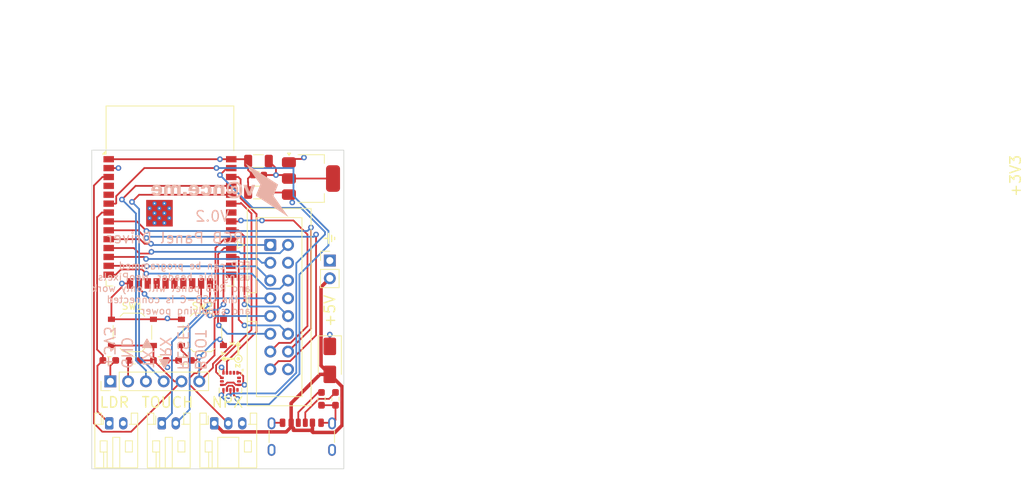
<source format=kicad_pcb>
(kicad_pcb (version 20240108) (generator "pcbnew") (generator_version "8.0")
  (layers (0 "F.Cu" signal) (1 "In1.Cu" signal) (2 "In2.Cu" signal) (31 "B.Cu" signal) (34 "B.Paste" user) (35 "F.Paste" user) (36 "B.SilkS" user "B.Silkscreen") (37 "F.SilkS" user "F.Silkscreen") (38 "B.Mask" user) (39 "F.Mask" user) (44 "Edge.Cuts" user))
  (net 0 "")
  (net 1 "+5V")
  (net 2 "GND")
  (net 3 "+3V3")
  (net 4 "RESET")
  (net 5 "NPX1")
  (net 6 "SDA")
  (net 7 "SCL")
  (net 8 "R1")
  (net 9 "G1")
  (net 10 "B1")
  (net 11 "R2")
  (net 12 "G2")
  (net 13 "B2")
  (net 14 "A")
  (net 15 "B")
  (net 16 "C")
  (net 17 "D")
  (net 18 "CLK")
  (net 19 "LAT")
  (net 20 "OE")
  (net 21 "TOUCH1")
  (net 22 "TOUCH2")
  (net 23 "TXDO_PROG")
  (net 24 "RXDI_PROG")
  (net 25 "BOOT")
  (net 26 "LIGHT")
  (net 27 "VBUS")
  (net 28 "Net-(J3-CC1)")
  (net 29 "Net-(J3-CC2)")
  (net 32 "INT2")
  (net 34 "INT1")
  (footprint "Resistor_SMD:R_0603_1608Metric_Pad0.98x0.95mm_HandSolder" (layer "F.Cu") (at 166.5 123.5 -90)
    (property "Reference" "R2" (hide yes))
    (property "Value" "5k1")
  )
  (footprint "Connector_JST:JST_PH_S2B-PH-K_1x02_P2.00mm_Horizontal" (layer "F.Cu") (at 143.69 127)
    (property "Reference" "J5" (hide yes))
    (property "Value" "TOUCH")
  )
  (footprint "Connector_PinHeader_2.54mm:PinHeader_1x02_P2.54mm_Vertical" (layer "F.Cu") (at 167.69 103.725)
    (property "Reference" "J2" (hide yes))
    (property "Value" "V_PANEL")
  )
  (footprint "Resistor_SMD:R_0603_1608Metric_Pad0.98x0.95mm_HandSolder" (layer "F.Cu") (at 147 118 180)
    (property "Reference" "R6" (hide yes))
    (property "Value" "10k")
  )
  (footprint "Connector_USB:USB_C_Receptacle_GCT_USB4125-xx-x_6P_TopMnt_Horizontal" (layer "F.Cu") (at 163.69 130)
    (property "Reference" "J3" (hide yes))
    (property "Value" "USB_C_Receptacle_PowerOnly_6P")
  )
  (footprint "RF_Module:ESP32-WROOM-32D" (layer "F.Cu") (at 144.86 97.49)
    (property "Reference" "U3" (hide yes))
    (property "Value" "ESP32-WROOM-32D")
  )
  (footprint "Capacitor_SMD:C_0603_1608Metric" (layer "F.Cu") (at 139.775 118 180)
    (property "Reference" "C5" (hide yes))
    (property "Value" "1u")
  )
  (footprint "Connector_PinHeader_2.54mm:PinHeader_1x06_P2.54mm_Vertical" (layer "F.Cu") (at 136.345 121 90)
    (property "Reference" "J7" (hide yes))
    (property "Value" "PROG")
  )
  (footprint "Resistor_SMD:R_0603_1608Metric_Pad0.98x0.95mm_HandSolder" (layer "F.Cu") (at 136.19 118 180)
    (property "Reference" "R3" (hide yes))
    (property "Value" "10k")
  )
  (footprint "Diode_SMD:D_SMA" (layer "F.Cu") (at 167.69 118 -90)
    (property "Reference" "D1" (hide yes))
    (property "Value" "D_Schottky")
  )
  (footprint "Connector_IDC:IDC-Header_2x08_P2.54mm_Vertical" (layer "F.Cu") (at 159.19 101.5)
    (property "Reference" "J4" (hide yes))
    (property "Value" "RGB_PANEL")
  )
  (footprint "Capacitor_SMD:C_1206_3216Metric" (layer "F.Cu") (at 157.5 94 180)
    (property "Reference" "C1" (hide yes))
    (property "Value" "10u")
  )
  (footprint "Resistor_SMD:R_0603_1608Metric_Pad0.98x0.95mm_HandSolder" (layer "F.Cu") (at 143.4125 118)
    (property "Reference" "R5" (hide yes))
    (property "Value" "10k")
  )
  (footprint "Button_Switch_SMD:SW_Push_1P1T_XKB_TS-1187A" (layer "F.Cu") (at 139.5 114)
    (property "Reference" "SW1")
    (property "Value" "Reset")
  )
  (footprint "Package_TO_SOT_SMD:SOT-223-3_TabPin2" (layer "F.Cu") (at 165 92)
    (property "Reference" "U1" (hide yes))
    (property "Value" "LD1117S12TR_SOT223")
  )
  (footprint "Package_LGA:LGA-16_3x3mm_P0.5mm_LayoutBorder3x5y" (layer "F.Cu") (at 153.5 121 -90)
    (property "Reference" "U2" (hide yes))
    (property "Value" "LIS3DH")
  )
  (footprint "Connector_JST:JST_PH_S3B-PH-K_1x03_P2.00mm_Horizontal" (layer "F.Cu") (at 151.19 127)
    (property "Reference" "J6" (hide yes))
    (property "Value" "NPX1")
  )
  (footprint "Connector_JST:JST_PH_S2B-PH-K_1x02_P2.00mm_Horizontal" (layer "F.Cu") (at 136.19 127)
    (property "Reference" "R4" (hide yes))
    (property "Value" "LDR07")
  )
  (footprint "Resistor_SMD:R_0603_1608Metric_Pad0.98x0.95mm_HandSolder" (layer "F.Cu") (at 168.5 123.5 -90)
    (property "Reference" "R1" (hide yes))
    (property "Value" "5k1")
  )
  (footprint "Capacitor_SMD:C_0603_1608Metric" (layer "F.Cu") (at 157.5 91.5 180)
    (property "Reference" "C4" (hide yes))
    (property "Value" "100n")
  )
  (footprint "Capacitor_SMD:C_1206_3216Metric" (layer "F.Cu") (at 157.5 89.5 180)
    (property "Reference" "C2" (hide yes))
    (property "Value" "10u")
  )
  (footprint "Button_Switch_SMD:SW_Push_1P1T_XKB_TS-1187A" (layer "F.Cu") (at 149.5 114)
    (property "Reference" "SW2")
    (property "Value" "Boot")
  )
  (gr_poly (pts (xy 156.613667 92.899011) (xy 156.609064 92.899254) (xy 156.6046 92.899658) (xy 156.600275 92.900225) (xy 156.596089 92.900953) (xy 156.592041 92.901844) (xy 156.588133 92.902896) (xy 156.584363 92.90411) (xy 156.580732 92.905487) (xy 156.577239 92.907025) (xy 156.573886 92.908725) (xy 156.570671 92.910587) (xy 156.567595 92.91261) (xy 156.564657 92.914796) (xy 156.561859 92.917144) (xy 156.559199 92.919653) (xy 156.556667 92.922243) (xy 156.55425 92.924834) (xy 156.551948 92.927424) (xy 156.549763 92.930015) (xy 156.547693 92.932605) (xy 156.545739 92.935195) (xy 156.5439 92.937786) (xy 156.542177 92.940376) (xy 156.540569 92.942966) (xy 156.539078 92.945557) (xy 156.537701 92.948147) (xy 156.536441 92.950738) (xy 156.535296 92.953328) (xy 156.534267 92.955918) (xy 156.533353 92.958509) (xy 156.532555 92.961099) (xy 156.198027 93.869951) (xy 155.860538 92.961099) (xy 155.85974 92.958509) (xy 155.858826 92.955918) (xy 155.857797 92.953328) (xy 155.856652 92.950738) (xy 155.855392 92.948147) (xy 155.854015 92.945557) (xy 155.852524 92.942966) (xy 155.850916 92.940376) (xy 155.849193 92.937786) (xy 155.847354 92.935195) (xy 155.8454 92.932605) (xy 155.84333 92.930015) (xy 155.841145 92.927424) (xy 155.838843 92.924834) (xy 155.836427 92.922243) (xy 155.833894 92.919653) (xy 155.831234 92.917144) (xy 155.828436 92.914796) (xy 155.825498 92.91261) (xy 155.822422 92.910587) (xy 155.819208 92.908725) (xy 155.815854 92.907025) (xy 155.812362 92.905487) (xy 155.80873 92.90411) (xy 155.804961 92.902896) (xy 155.801052 92.901844) (xy 155.797004 92.900953) (xy 155.792818 92.900225) (xy 155.788493 92.899658) (xy 155.784029 92.899254) (xy 155.779427 92.899011) (xy 155.774685 92.89893) (xy 155.440157 92.89893) (xy 155.43685 92.899011) (xy 155.433588 92.899254) (xy 155.430374 92.899658) (xy 155.427205 92.900225) (xy 155.424083 92.900953) (xy 155.421007 92.901844) (xy 155.417977 92.902896) (xy 155.414993 92.90411) (xy 155.412056 92.905487) (xy 155.409165 92.907025) (xy 155.40632 92.908725) (xy 155.403521 92.910587) (xy 155.400769 92.91261) (xy 155.398063 92.914796) (xy 155.395403 92.917144) (xy 155.39279 92.919653) (xy 155.390281 92.921908) (xy 155.387933 92.924232) (xy 155.385747 92.926626) (xy 155.383724 92.929089) (xy 155.381862 92.931622) (xy 155.380162 92.934224) (xy 155.378624 92.936895) (xy 155.377248 92.939636) (xy 155.376033 92.942446) (xy 155.374981 92.945325) (xy 155.374091 92.948274) (xy 155.373362 92.951293) (xy 155.372795 92.95438) (xy 155.372391 92.957537) (xy 155.372148 92.960764) (xy 155.372067 92.96406) (xy 155.37209 92.965898) (xy 155.372159 92.967714) (xy 155.372275 92.969506) (xy 155.372437 92.971276) (xy 155.372645 92.973022) (xy 155.3729 92.974745) (xy 155.3732 92.976445) (xy 155.373547 92.978122) (xy 155.37394 92.979775) (xy 155.37438 92.981406) (xy 155.374866 92.983013) (xy 155.375398 92.984597) (xy 155.375976 92.986159) (xy 155.3766 92.987697) (xy 155.377271 92.989212) (xy 155.377988 92.990703) (xy 155.93751 94.364343) (xy 155.939036 94.36802) (xy 155.940655 94.371652) (xy 155.942367 94.375236) (xy 155.944171 94.378775) (xy 155.946067 94.382267) (xy 155.948056 94.385714) (xy 155.950138 94.389113) (xy 155.952312 94.392467) (xy 155.954578 94.395774) (xy 155.956937 94.399036) (xy 155.959389 94.40225) (xy 155.961933 94.405419) (xy 155.96457 94.408541) (xy 155.967299 94.411617) (xy 155.970121 94.414647) (xy 155.973035 94.417631) (xy 155.975729 94.42014) (xy 155.978632 94.422488) (xy 155.981743 94.424673) (xy 155.985061 94.426697) (xy 155.988589 94.428559) (xy 155.992324 94.430259) (xy 155.996267 94.431797) (xy 156.000419 94.433173) (xy 156.004778 94.434387) (xy 156.009346 94.43544) (xy 156.014122 94.43633) (xy 156.019107 94.437059) (xy 156.024299 94.437625) (xy 156.029699 94.43803) (xy 156.035308 94.438273) (xy 156.041125 94.438354) (xy 156.354929 94.438353) (xy 156.360387 94.438273) (xy 156.365661 94.43803) (xy 156.370749 94.437625) (xy 156.375652 94.437058) (xy 156.38037 94.43633) (xy 156.384903 94.435439) (xy 156.389252 94.434387) (xy 156.393415 94.433173) (xy 156.397393 94.431797) (xy 156.401186 94.430259) (xy 156.404794 94.428559) (xy 156.408217 94.426697) (xy 156.411455 94.424673) (xy 156.414508 94.422487) (xy 156.417376 94.42014) (xy 156.420059 94.417631) (xy 156.425147 94.411617) (xy 156.43005 94.405419) (xy 156.434768 94.399035) (xy 156.439301 94.392467) (xy 156.443649 94.385713) (xy 156.447812 94.378775) (xy 156.451791 94.371651) (xy 156.455584 94.364343) (xy 157.015105 92.990703) (xy 157.015822 92.989212) (xy 157.016493 92.987697) (xy 157.017117 92.986159) (xy 157.017696 92.984597) (xy 157.018228 92.983013) (xy 157.018713 92.981406) (xy 157.019153 92.979775) (xy 157.019546 92.978121) (xy 157.019893 92.976445) (xy 157.020194 92.974745) (xy 157.020448 92.973022) (xy 157.020656 92.971275) (xy 157.020818 92.969506) (xy 157.020934 92.967714) (xy 157.021003 92.965898) (xy 157.021026 92.96406) (xy 157.020957 92.960764) (xy 157.020749 92.957537) (xy 157.020402 92.95438) (xy 157.019916 92.951293) (xy 157.019292 92.948275) (xy 157.018528 92.945326) (xy 157.017626 92.942446) (xy 157.016586 92.939636) (xy 157.015406 92.936895) (xy 157.014088 92.934224) (xy 157.012631 92.931622) (xy 157.011035 92.92909) (xy 157.0093 92.926626) (xy 157.007427 92.924233) (xy 157.005415 92.921908) (xy 157.003264 92.919653) (xy 157.000639 92.917144) (xy 156.997944 92.914796) (xy 156.995181 92.91261) (xy 156.992347 92.910587) (xy 156.989445 92.908725) (xy 156.986473 92.907025) (xy 156.983431 92.905487) (xy 156.980321 92.90411) (xy 156.97714 92.902896) (xy 156.973891 92.901844) (xy 156.970572 92.900953) (xy 156.967184 92.900225) (xy 156.963726 92.899658) (xy 156.960199 92.899254) (xy 156.956602 92.899011) (xy 156.952937 92.89893) (xy 156.618408 92.89893)) (fill solid) (layer "B.SilkS"))
  (gr_poly (pts (xy 154.008837 92.441173) (xy 153.936445 92.444504) (xy 153.867106 92.450054) (xy 153.80082 92.457826) (xy 153.737587 92.467817) (xy 153.677407 92.480029) (xy 153.62028 92.494461) (xy 153.566206 92.511113) (xy 153.540245 92.519856) (xy 153.514907 92.529061) (xy 153.490195 92.538729) (xy 153.466107 92.548859) (xy 153.442643 92.559452) (xy 153.419804 92.570507) (xy 153.397589 92.582025) (xy 153.375998 92.594005) (xy 153.355033 92.606448) (xy 153.334691 92.619354) (xy 153.314974 92.632722) (xy 153.295882 92.646553) (xy 153.277414 92.660846) (xy 153.25957 92.675602) (xy 153.242351 92.690821) (xy 153.225757 92.706502) (xy 153.20937 92.722599) (xy 153.193516 92.739066) (xy 153.178193 92.755904) (xy 153.163402 92.773111) (xy 153.149144 92.790689) (xy 153.135417 92.808636) (xy 153.122222 92.826954) (xy 153.10956 92.845642) (xy 153.097429 92.8647) (xy 153.08583 92.884127) (xy 153.074763 92.903925) (xy 153.064228 92.924093) (xy 153.054225 92.944631) (xy 153.044754 92.965539) (xy 153.035815 92.986817) (xy 153.027408 93.008465) (xy 153.011958 93.051854) (xy 152.998173 93.096168) (xy 152.986054 93.141407) (xy 152.9756 93.187571) (xy 152.966811 93.234661) (xy 152.959688 93.282675) (xy 152.954229 93.331615) (xy 152.950436 93.381479) (xy 152.949048 93.397161) (xy 152.947846 93.413119) (xy 152.946828 93.429355) (xy 152.945995 93.445869) (xy 152.945348 93.46266) (xy 152.944885 93.479729) (xy 152.944607 93.497075) (xy 152.944515 93.514699) (xy 152.9447 93.549854) (xy 152.945255 93.584269) (xy 152.94618 93.617944) (xy 152.947475 93.650879) (xy 152.94766 93.680668) (xy 152.948215 93.707867) (xy 152.949141 93.732476) (xy 152.950436 93.754494) (xy 152.951766 93.772811) (xy 152.953535 93.790759) (xy 152.955744 93.808337) (xy 152.958392 93.825544) (xy 152.96148 93.842381) (xy 152.965007 93.858849) (xy 152.968973 93.874946) (xy 152.973379 93.890673) (xy 152.978225 93.906031) (xy 152.98351 93.921018) (xy 152.989234 93.935635) (xy 152.995397 93.949882) (xy 153.002001 93.963759) (xy 153.009043 93.977266) (xy 153.016525 93.990403) (xy 153.024447 94.00317) (xy 153.032368 94.015555) (xy 153.04059 94.027547) (xy 153.049113 94.039146) (xy 153.057936 94.050352) (xy 153.067061 94.061164) (xy 153.076485 94.071584) (xy 153.086211 94.08161) (xy 153.096237 94.091243) (xy 153.106564 94.100482) (xy 153.117191 94.109329) (xy 153.128119 94.117782) (xy 153.139348 94.125843) (xy 153.150878 94.13351) (xy 153.162708 94.140783) (xy 153.174839 94.147664) (xy 153.18727 94.154152) (xy 153.199551 94.160246) (xy 153.211971 94.165947) (xy 153.22453 94.171255) (xy 153.237228 94.17617) (xy 153.250064 94.180691) (xy 153.263039 94.18482) (xy 153.276153 94.188555) (xy 153.289405 94.191897) (xy 153.302796 94.194846) (xy 153.316327 94.197402) (xy 153.329995 94.199564) (xy 153.343803 94.201333) (xy 153.357749 94.20271) (xy 153.371834 94.203693) (xy 153.386058 94.204282) (xy 153.400421 94.204479) (xy 153.424474 94.204063) (xy 153.447788 94.202814) (xy 153.470361 94.200732) (xy 153.492194 94.197818) (xy 153.513287 94.194071) (xy 153.53364 94.189492) (xy 153.543539 94.18689) (xy 153.553253 94.18408) (xy 153.562782 94.181062) (xy 153.572126 94.177835) (xy 153.590212 94.171082) (xy 153.607466 94.164143) (xy 153.623887 94.15702) (xy 153.639475 94.149711) (xy 153.654231 94.142218) (xy 153.668154 94.134539) (xy 153.681245 94.126675) (xy 153.693503 94.118627) (xy 153.704327 94.109838) (xy 153.714596 94.101234) (xy 153.72431 94.092815) (xy 153.733469 94.084581) (xy 153.742073 94.076533) (xy 153.750121 94.068669) (xy 153.757615 94.060991) (xy 153.764554 94.053497) (xy 153.767225 94.057972) (xy 153.770058 94.062517) (xy 153.77621 94.071815) (xy 153.78301 94.08139) (xy 153.790457 94.091243) (xy 153.798552 94.101373) (xy 153.807295 94.111781) (xy 153.816685 94.122466) (xy 153.826722 94.133429) (xy 153.831683 94.138563) (xy 153.836945 94.143605) (xy 153.842507 94.148555) (xy 153.84837 94.153412) (xy 153.854534 94.158176) (xy 153.860999 94.162848) (xy 153.867764 94.167427) (xy 153.874829 94.171914) (xy 153.882196 94.176309) (xy 153.889863 94.180611) (xy 153.897831 94.18482) (xy 153.906099 94.188937) (xy 153.914668 94.192961) (xy 153.923538 94.196893) (xy 153.932708 94.200732) (xy 153.94218 94.204479) (xy 153.951651 94.208064) (xy 153.961561 94.211417) (xy 153.971911 94.21454) (xy 153.9827 94.217431) (xy 153.993929 94.220091) (xy 154.005597 94.222519) (xy 154.017705 94.224716) (xy 154.030252 94.226682) (xy 154.043239 94.228417) (xy 154.056665 94.22992) (xy 154.07053 94.231192) (xy 154.084835 94.232233) (xy 154.099579 94.233043) (xy 154.114763 94.233621) (xy 154.130386 94.233968) (xy 154.146449 94.234083) (xy 154.173474 94.233447) (xy 154.199783 94.231539) (xy 154.225374 94.228359) (xy 154.250249 94.223907) (xy 154.274407 94.218182) (xy 154.297847 94.211186) (xy 154.320571 94.202918) (xy 154.342577 94.193377) (xy 154.363867 94.182565) (xy 154.38444 94.17048) (xy 154.404295 94.157124) (xy 154.423434 94.142495) (xy 154.441856 94.126594) (xy 154.45956 94.109421) (xy 154.476548 94.090976) (xy 154.492819 94.071259) (xy 154.508234 94.050455) (xy 154.522654 94.028749) (xy 154.53608 94.006142) (xy 154.548512 93.982632) (xy 154.559949 93.95822) (xy 154.570391 93.932906) (xy 154.579839 93.90669) (xy 154.588293 93.879572) (xy 154.595752 93.851552) (xy 154.602216 93.82263) (xy 154.607686 93.792806) (xy 154.612161 93.76208) (xy 154.615642 93.730452) (xy 154.618129 93.697921) (xy 154.61962 93.664489) (xy 154.620118 93.630156) (xy 154.321116 93.630156) (xy 154.320746 93.654857) (xy 154.319635 93.678633) (xy 154.317785 93.701484) (xy 154.315195 93.72341) (xy 154.311864 93.74441) (xy 154.307794 93.764486) (xy 154.302983 93.783636) (xy 154.297432 93.801861) (xy 154.294009 93.810615) (xy 154.290401 93.819115) (xy 154.286608 93.82736) (xy 154.28263 93.835351) (xy 154.278467 93.843087) (xy 154.274119 93.850569) (xy 154.269586 93.857797) (xy 154.264868 93.86477) (xy 154.259964 93.871489) (xy 154.254876 93.877953) (xy 154.249603 93.884163) (xy 154.244145 93.890119) (xy 154.238501 93.89582) (xy 154.232673 93.901267) (xy 154.226659 93.906459) (xy 154.220461 93.911397) (xy 154.213708 93.915699) (xy 154.206769 93.919723) (xy 154.199646 93.92347) (xy 154.192337 93.926939) (xy 154.184844 93.930131) (xy 154.177165 93.933045) (xy 154.169301 93.935682) (xy 154.161253 93.938041) (xy 154.153019 93.940122) (xy 154.1446 93.941926) (xy 154.135996 93.943453) (xy 154.127208 93.944702) (xy 154.118234 93.945673) (xy 154.109075 93.946367) (xy 154.099731 93.946783) (xy 154.090202 93.946922) (xy 154.075643 93.946621) (xy 154.061569 93.945719) (xy 154.047981 93.944216) (xy 154.034879 93.942111) (xy 154.022262 93.939405) (xy 154.010131 93.936098) (xy 153.998486 93.932189) (xy 153.987327 93.927679) (xy 153.976653 93.922568) (xy 153.966465 93.916855) (xy 153.956763 93.910541) (xy 153.947546 93.903626) (xy 153.938815 93.896109) (xy 153.93057 93.887991) (xy 153.922811 93.879272) (xy 153.915537 93.869951) (xy 153.908367 93.859994) (xy 153.90166 93.849367) (xy 153.895415 93.838069) (xy 153.889633 93.8261) (xy 153.884314 93.81346) (xy 153.879457 93.80015) (xy 153.875062 93.786168) (xy 153.871131 93.771517) (xy 153.867661 93.756194) (xy 153.864655 93.740201) (xy 153.86211 93.723537) (xy 153.860029 93.706202) (xy 153.85841 93.688197) (xy 153.857253 93.669521) (xy 153.85656 93.650174) (xy 153.856328 93.630156) (xy 153.85656 93.610138) (xy 153.857253 93.590792) (xy 153.85841 93.572115) (xy 153.860029 93.55411) (xy 153.86211 93.536775) (xy 153.864655 93.520111) (xy 153.867661 93.504118) (xy 153.871131 93.488795) (xy 153.875062 93.474144) (xy 153.879457 93.460163) (xy 153.884314 93.446852) (xy 153.889633 93.434213) (xy 153.895415 93.422244) (xy 153.90166 93.410945) (xy 153.908367 93.400318) (xy 153.915537 93.390361) (xy 153.922811 93.380682) (xy 153.92663 93.376076) (xy 153.930571 93.371627) (xy 153.934632 93.367334) (xy 153.938816 93.363197) (xy 153.943121 93.359216) (xy 153.947547 93.355391) (xy 153.952094 93.351722) (xy 153.956763 93.34821) (xy 153.961554 93.344853) (xy 153.966466 93.341653) (xy 153.971499 93.338608) (xy 153.976654 93.33572) (xy 153.98193 93.332988) (xy 153.987328 93.330412) (xy 153.998487 93.325729) (xy 154.010132 93.32167) (xy 154.022263 93.318235) (xy 154.034879 93.315425) (xy 154.047981 93.31324) (xy 154.061569 93.311678) (xy 154.075643 93.310742) (xy 154.090202 93.310429) (xy 154.104056 93.310742) (xy 154.117494 93.311678) (xy 154.130515 93.31324) (xy 154.14312 93.315425) (xy 154.155308 93.318235) (xy 154.167081 93.32167) (xy 154.178437 93.325729) (xy 154.189377 93.330412) (xy 154.1999 93.33572) (xy 154.210007 93.341653) (xy 154.219698 93.34821) (xy 154.228972 93.355391) (xy 154.23783 93.363197) (xy 154.246272 93.371627) (xy 154.254298 93.380682) (xy 154.261907 93.390361) (xy 154.269077 93.400318) (xy 154.275784 93.410945) (xy 154.282028 93.422244) (xy 154.287811 93.434213) (xy 154.29313 93.446852) (xy 154.297987 93.460163) (xy 154.302381 93.474144) (xy 154.306313 93.488795) (xy 154.309783 93.504118) (xy 154.312789 93.520111) (xy 154.315333 93.536775) (xy 154.317415 93.55411) (xy 154.319034 93.572115) (xy 154.32019 93.590792) (xy 154.320884 93.610138) (xy 154.321116 93.630156) (xy 154.620118 93.630156) (xy 154.620118 93.630155) (xy 154.619644 93.595463) (xy 154.618221 93.561695) (xy 154.61585 93.528853) (xy 154.612532 93.496936) (xy 154.608264 93.465944) (xy 154.603049 93.435877) (xy 154.596885 93.406735) (xy 154.589773 93.378519) (xy 154.581713 93.351227) (xy 154.572704 93.324861) (xy 154.562748 93.29942) (xy 154.551843 93.274904) (xy 154.539989 93.251313) (xy 154.527188 93.228647) (xy 154.513438 93.206906) (xy 154.49874 93.186091) (xy 154.482828 93.166374) (xy 154.466175 93.147929) (xy 154.448783 93.130756) (xy 154.43065 93.114855) (xy 154.411778 93.100227) (xy 154.392165 93.08687) (xy 154.371812 93.074785) (xy 154.350719 93.063973) (xy 154.328886 93.054432) (xy 154.306312 93.046164) (xy 154.282999 93.039168) (xy 154.258945 93.033444) (xy 154.234152 93.028991) (xy 154.208618 93.025811) (xy 154.182344 93.023903) (xy 154.15533 93.023267) (xy 154.140725 93.023417) (xy 154.126512 93.023868) (xy 154.112693 93.02462) (xy 154.099267 93.025672) (xy 154.086234 93.027025) (xy 154.073595 93.028679) (xy 154.061348 93.030633) (xy 154.049495 93.032888) (xy 154.038035 93.035444) (xy 154.026968 93.038301) (xy 154.016294 93.041458) (xy 154.006014 93.044915) (xy 153.996126 93.048674) (xy 153.986632 93.052733) (xy 153.977531 93.057092) (xy 153.968824 93.061753) (xy 153.960405 93.066644) (xy 153.952171 93.071698) (xy 153.944123 93.076914) (xy 153.936259 93.082291) (xy 153.92858 93.08783) (xy 153.921087 93.093531) (xy 153.913778 93.099394) (xy 153.906655 93.105419) (xy 153.899716 93.111606) (xy 153.892963 93.117955) (xy 153.886394 93.124465) (xy 153.880011 93.131138) (xy 153.873813 93.137972) (xy 153.867799 93.144969) (xy 153.861971 93.152127) (xy 153.856328 93.159447) (xy 153.856328 93.120961) (xy 153.856247 93.116937) (xy 153.856004 93.113005) (xy 153.855599 93.109166) (xy 153.855032 93.105419) (xy 153.854304 93.101765) (xy 153.853413 93.098203) (xy 153.852361 93.094734) (xy 153.851147 93.091357) (xy 153.849771 93.088073) (xy 153.848233 93.084881) (xy 153.846533 93.081782) (xy 153.844671 93.078775) (xy 153.842647 93.075861) (xy 153.840461 93.073039) (xy 153.838114 93.07031) (xy 153.835605 93.067673) (xy 153.832968 93.065164) (xy 153.830239 93.062816) (xy 153.827417 93.060631) (xy 153.824503 93.058607) (xy 153.821496 93.056745) (xy 153.818397 93.055045) (xy 153.815205 93.053507) (xy 153.811921 93.052131) (xy 153.808544 93.050917) (xy 153.805075 93.049864) (xy 153.801513 93.048974) (xy 153.797859 93.048245) (xy 153.794112 93.047679) (xy 153.790273 93.047274) (xy 153.786341 93.047031) (xy 153.782317 93.04695) (xy 153.631335 93.04695) (xy 153.627311 93.047031) (xy 153.623379 93.047274) (xy 153.61954 93.047679) (xy 153.615793 93.048245) (xy 153.612139 93.048974) (xy 153.608577 93.049864) (xy 153.605108 93.050917) (xy 153.601731 93.052131) (xy 153.598447 93.053507) (xy 153.595255 93.055045) (xy 153.592156 93.056745) (xy 153.589149 93.058607) (xy 153.586235 93.060631) (xy 153.583413 93.062816) (xy 153.580684 93.065164) (xy 153.578048 93.067673) (xy 153.575538 93.07031) (xy 153.573191 93.073039) (xy 153.571005 93.075861) (xy 153.568981 93.078775) (xy 153.56712 93.081782) (xy 153.56542 93.084881) (xy 153.563882 93.088072) (xy 153.562505 93.091357) (xy 153.561291 93.094733) (xy 153.560239 93.098203) (xy 153.559348 93.101765) (xy 153.55862 93.105419) (xy 153.558053 93.109166) (xy 153.557648 93.113005) (xy 153.557406 93.116937) (xy 153.557325 93.120961) (xy 153.557325 93.721929) (xy 153.557163 93.733597) (xy 153.556677 93.744918) (xy 153.555868 93.755892) (xy 153.554734 93.76652) (xy 153.553277 93.776801) (xy 153.551496 93.786734) (xy 153.549392 93.796321) (xy 153.546963 93.805561) (xy 153.544211 93.814454) (xy 153.541135 93.823) (xy 153.537735 93.831199) (xy 153.534011 93.839051) (xy 153.529964 93.846556) (xy 153.525593 93.853714) (xy 153.520898 93.860525) (xy 153.515879 93.86699) (xy 153.510571 93.873084) (xy 153.505008 93.878785) (xy 153.499192 93.884093) (xy 153.49312 93.889008) (xy 153.486795 93.893529) (xy 153.480215 93.897658) (xy 153.47338 93.901393) (xy 153.466292 93.904735) (xy 153.458948 93.907684) (xy 153.451351 93.91024) (xy 153.443498 93.912402) (xy 153.435392 93.914171) (xy 153.427031 93.915548) (xy 153.418416 93.916531) (xy 153.409546 93.91712) (xy 153.400422 93.917317) (xy 153.393125 93.917201) (xy 153.386036 93.916854) (xy 153.379155 93.916276) (xy 153.372483 93.915467) (xy 153.366018 93.914426) (xy 153.359762 93.913154) (xy 153.353714 93.91165) (xy 153.347874 93.909916) (xy 153.342242 93.90795) (xy 153.336819 93.905753) (xy 153.331603 93.903324) (xy 153.326596 93.900664) (xy 153.321797 93.897773) (xy 153.317206 93.894651) (xy 153.312823 93.891297) (xy 153.308648 93.887713) (xy 153.3043 93.883596) (xy 153.300137 93.879386) (xy 153.296159 93.875085) (xy 153.292366 93.87069) (xy 153.288758 93.866203) (xy 153.285335 93.861624) (xy 153.282097 93.856952) (xy 153.279044 93.852188) (xy 153.276176 93.847331) (xy 153.273493 93.842381) (xy 153.270995 93.837339) (xy 153.268682 93.832205) (xy 153.266554 93.826978) (xy 153.264612 93.821658) (xy 153.262854 93.816246) (xy 153.261281 93.810742) (xy 153.257812 93.798992) (xy 153.254806 93.787428) (xy 153.252261 93.776049) (xy 153.25018 93.764855) (xy 153.248561 93.753846) (xy 153.247405 93.743022) (xy 153.246711 93.732383) (xy 153.246479 93.721929) (xy 153.246295 93.688254) (xy 153.24574 93.652358) (xy 153.244814 93.614243) (xy 153.243519 93.573907) (xy 153.242964 93.552352) (xy 153.242779 93.530611) (xy 153.242964 93.508685) (xy 153.243519 93.486575) (xy 153.244444 93.464279) (xy 153.24574 93.441798) (xy 153.247405 93.419132) (xy 153.24944 93.396282) (xy 153.251198 93.368458) (xy 153.253511 93.341236) (xy 153.256379 93.314615) (xy 153.259802 93.288596) (xy 153.26378 93.263178) (xy 153.268313 93.238361) (xy 153.273401 93.214146) (xy 153.279045 93.190532) (xy 153.285243 93.167519) (xy 153.291996 93.145108) (xy 153.299305 93.123298) (xy 153.307169 93.102089) (xy 153.315587 93.081482) (xy 153.324561 93.061475) (xy 153.33409 93.042071) (xy 153.344174 93.023267) (xy 153.354905 93.004707) (xy 153.366377 92.986771) (xy 153.378589 92.969459) (xy 153.391541 92.952772) (xy 153.405233 92.93671) (xy 153.419665 92.921271) (xy 153.434837 92.906458) (xy 153.450749 92.892269) (xy 153.467402 92.878704) (xy 153.484794 92.865763) (xy 153.502927 92.853448) (xy 153.5218 92.841756) (xy 153.541412 92.830689) (xy 153.561765 92.820247) (xy 153.582859 92.810429) (xy 153.604692 92.801235) (xy 153.627381 92.792273) (xy 153.651041 92.783889) (xy 153.675673 92.776083) (xy 153.701276 92.768856) (xy 153.72785 92.762206) (xy 153.755396 92.756135) (xy 153.783914 92.750642) (xy 153.813402 92.745727) (xy 153.843862 92.741391) (xy 153.875294 92.737632) (xy 153.907697 92.734452) (xy 153.941071 92.73185) (xy 153.975416 92.729826) (xy 154.010733 92.728381) (xy 154.047022 92.727514) (xy 154.084282 92.727224) (xy 154.115401 92.72756) (xy 154.145849 92.728566) (xy 154.175627 92.730243) (xy 154.204734 92.73259) (xy 154.23317 92.735608) (xy 154.260936 92.739297) (xy 154.288031 92.743657) (xy 154.314455 92.748688) (xy 154.340208 92.754389) (xy 154.365291 92.760761) (xy 154.389703 92.767803) (xy 154.413444 92.775516) (xy 154.436515 92.7839) (xy 154.458915 92.792955) (xy 154.480644 92.802681) (xy 154.501703 92.813077) (xy 154.521778 92.823704) (xy 154.541298 92.834864) (xy 154.560263 92.846555) (xy 154.578674 92.858778) (xy 154.596529 92.871534) (xy 154.613829 92.884821) (xy 154.630573 92.89864) (xy 154.646763 92.912991) (xy 154.662398 92.927874) (xy 154.677478 92.943289) (xy 154.692002 92.959236) (xy 154.705972 92.975715) (xy 154.719386 92.992726) (xy 154.732246 93.010269) (xy 154.74455 93.028344) (xy 154.756299 93.046951) (xy 154.767146 93.066008) (xy 154.777485 93.085436) (xy 154.787314 93.105234) (xy 154.796635 93.125402) (xy 154.805447 93.14594) (xy 154.81375 93.166848) (xy 154.821544 93.188126) (xy 154.82883 93.209774) (xy 154.835606 93.231793) (xy 154.841874 93.254181) (xy 154.847633 93.276939) (xy 154.852883 93.300067) (xy 154.857624 93.323566) (xy 154.861857 93.347434) (xy 154.865581 93.371673) (xy 154.868795 93.396282) (xy 154.870229 93.409511) (xy 154.871571 93.424036) (xy 154.87282 93.439855) (xy 154.873976 93.45697) (xy 154.876012 93.495086) (xy 154.877677 93.538382) (xy 154.877677 93.724889) (xy 154.876011 93.768555) (xy 154.873976 93.807781) (xy 154.871571 93.842566) (xy 154.868795 93.87291) (xy 154.863719 93.911593) (xy 154.85737 93.949188) (xy 154.849749 93.985696) (xy 154.840856 94.021117) (xy 154.830691 94.055451) (xy 154.819254 94.088698) (xy 154.806545 94.120858) (xy 154.792564 94.151931) (xy 154.777311 94.181917) (xy 154.760786 94.210816) (xy 154.742989 94.238628) (xy 154.723919 94.265352) (xy 154.703578 94.29099) (xy 154.681965 94.315541) (xy 154.659079 94.339005) (xy 154.634922 94.361381) (xy 154.609376 94.382532) (xy 154.582328 94.402318) (xy 154.553776 94.42074) (xy 154.52372 94.437797) (xy 154.492162 94.45349) (xy 154.4591 94.467818) (xy 154.424534 94.480781) (xy 154.388466 94.49238) (xy 154.350894 94.502615) (xy 154.311818 94.511484) (xy 154.27124 94.51899) (xy 154.229158 94.52513) (xy 154.185572 94.529906) (xy 154.140483 94.533318) (xy 154.093891 94.535364) (xy 154.045796 94.536047) (xy 154.001066 94.535677) (xy 153.958648 94.534566) (xy 153.918544 94.532716) (xy 153.880752 94.530126) (xy 153.845273 94.526795) (xy 153.812107 94.522725) (xy 153.781254 94.517914) (xy 153.752713 94.512363) (xy 153.725329 94.506905) (xy 153.699426 94.500892) (xy 153.675002 94.494323) (xy 153.652059 94.4872) (xy 153.630596 94.479521) (xy 153.620419 94.475473) (xy 153.610613 94.471287) (xy 153.601176 94.466962) (xy 153.59211 94.462498) (xy 153.583414 94.457896) (xy 153.575087 94.453154) (xy 153.558296 94.444227) (xy 153.541968 94.435207) (xy 153.526101 94.426094) (xy 153.510698 94.416889) (xy 153.495757 94.407592) (xy 153.481279 94.398201) (xy 153.467263 94.388719) (xy 153.45371 94.379144) (xy 153.442238 94.370632) (xy 153.431507 94.362861) (xy 153.421515 94.35583) (xy 153.412264 94.349539) (xy 153.409639 94.348105) (xy 153.406944 94.346764) (xy 153.404181 94.345515) (xy 153.401347 94.344359) (xy 153.398445 94.343295) (xy 153.395473 94.342323) (xy 153.392431 94.341444) (xy 153.389321 94.340658) (xy 153.386141 94.339964) (xy 153.382891 94.339363) (xy 153.379572 94.338854) (xy 153.376184 94.338438) (xy 153.372726 94.338114) (xy 153.369199 94.337883) (xy 153.365603 94.337744) (xy 153.361937 94.337698) (xy 153.151746 94.337698) (xy 153.14808 94.337779) (xy 153.144484 94.338022) (xy 153.140957 94.338426) (xy 153.137499 94.338993) (xy 153.134111 94.339721) (xy 153.130792 94.340612) (xy 153.127542 94.341664) (xy 153.124362 94.342878) (xy 153.121251 94.344255) (xy 153.11821 94.345793) (xy 153.115238 94.347493) (xy 153.112335 94.349354) (xy 153.109502 94.351378) (xy 153.106738 94.353564) (xy 153.104044 94.355911) (xy 153.101419 94.358421) (xy 153.098562 94.361069) (xy 153.095914 94.363833) (xy 153.093474 94.366712) (xy 153.091242 94.369707) (xy 153.089219 94.372818) (xy 153.087403 94.376044) (xy 153.085796 94.379386) (xy 153.084396 94.382844) (xy 153.083205 94.386417) (xy 153.082222 94.390106) (xy 153.081447 94.393911) (xy 153.080881 94.397831) (xy 153.080522 94.401867) (xy 153.080372 94.406019) (xy 153.08043 94.410286) (xy 153.080696 94.414669) (xy 153.080719 94.416149) (xy 153.080788 94.417629) (xy 153.080904 94.419109) (xy 153.081066 94.42059) (xy 153.081274 94.42207) (xy 153.081528 94.42355) (xy 153.081829 94.42503) (xy 153.082176 94.426511) (xy 153.082569 94.427991) (xy 153.083009 94.429471) (xy 153.083494 94.430951) (xy 153.084026 94.432431) (xy 153.084605 94.433912) (xy 153.085229 94.435392) (xy 153.0859 94.436872) (xy 153.086617 94.438352) (xy 153.08701 94.439462) (xy 153.08745 94.440573) (xy 153.087935 94.441683) (xy 153.088467 94.442793) (xy 153.089046 94.443903) (xy 153.08967 94.445013) (xy 153.090341 94.446123) (xy 153.091058 94.447234) (xy 153.091821 94.448344) (xy 153.09263 94.449454) (xy 153.093486 94.450564) (xy 153.094388 94.451674) (xy 153.095336 94.452784) (xy 153.096331 94.453895) (xy 153.097372 94.455005) (xy 153.098459 94.456115) (xy 153.108993 94.467911) (xy 153.119875 94.479613) (xy 153.131104 94.491224) (xy 153.14268 94.502742) (xy 153.154603 94.514167) (xy 153.166872 94.5255) (xy 153.179489 94.53674) (xy 153.192452 94.547888) (xy 153.205763 94.558944) (xy 153.21942 94.569907) (xy 153.233424 94.580777) (xy 153.247775 94.591555) (xy 153.262473 94.60224) (xy 153.277518 94.612833) (xy 153.29291 94.623333) (xy 153.308649 94.633741) (xy 153.324423 94.644334) (xy 153.340659 94.654649) (xy 153.357357 94.664686) (xy 153.374519 94.674447) (xy 153.392142 94.683929) (xy 153.410229 94.693134) (xy 153.428778 94.702062) (xy 153.447789 94.710712) (xy 153.467263 94.719084) (xy 153.4872 94.727179) (xy 153.507599 94.734997) (xy 153.528461 94.742537) (xy 153.549785 94.749799) (xy 153.571572 94.756784) (xy 153.593822 94.763491) (xy 153.616534 94.76992) (xy 153.639373 94.776373) (xy 153.662745 94.78241) (xy 153.711083 94.793234) (xy 153.761549 94.802393) (xy 153.814143 94.809886) (xy 153.868865 94.815715) (xy 153.925714 94.819878) (xy 153.984691 94.822376) (xy 154.045797 94.823208) (xy 154.045796 94.823209) (xy 154.09048 94.822747) (xy 154.134239 94.821359) (xy 154.177072 94.819046) (xy 154.218981 94.815808) (xy 154.259964 94.811645) (xy 154.300023 94.806557) (xy 154.339156 94.800544) (xy 154.377364 94.793605) (xy 154.414647 94.785741) (xy 154.451005 94.776953) (xy 154.486437 94.767239) (xy 154.520945 94.7566) (xy 154.554527 94.745035) (xy 154.587184 94.732546) (xy 154.618917 94.719132) (xy 154.649724 94.704792) (xy 154.679258 94.68962) (xy 154.707914 94.673708) (xy 154.735692 94.657055) (xy 154.76259 94.639663) (xy 154.788609 94.62153) (xy 154.81375 94.602657) (xy 154.838012 94.583044) (xy 154.861394 94.562691) (xy 154.883898 94.541598) (xy 154.905523 94.519765) (xy 154.92627 94.497192) (xy 154.946137 94.473879) (xy 154.965125 94.449825) (xy 154.983235 94.425031) (xy 155.000465 94.399498) (xy 155.016817 94.373224) (xy 155.031978 94.346349) (xy 155.046375 94.319011) (xy 155.060009 94.291211) (xy 155.07288 94.262948) (xy 155.084988 94.234222) (xy 155.096332 94.205034) (xy 155.106914 94.175384) (xy 155.116732 94.145271) (xy 155.125786 94.114695) (xy 155.134078 94.083657) (xy 155.141606 94.052156) (xy 155.148371 94.020193) (xy 155.154373 93.987767) (xy 155.159612 93.954878) (xy 155.164087 93.921527) (xy 155.167799 93.887713) (xy 155.169279 93.865325) (xy 155.17076 93.839606) (xy 155.17224 93.810557) (xy 155.17372 93.778177) (xy 155.175015 93.743577) (xy 155.17594 93.707867) (xy 155.176495 93.671047) (xy 155.17668 93.633116) (xy 155.176495 93.595186) (xy 155.17594 93.558365) (xy 155.175015 93.522655) (xy 155.17372 93.488055) (xy 155.17224 93.45586) (xy 155.17076 93.427366) (xy 155.169279 93.402573) (xy 155.167799 93.38148) (xy 155.16248 93.33513) (xy 155.155402 93.289336) (xy 155.146567 93.244097) (xy 155.135974 93.199413) (xy 155.123624 93.155284) (xy 155.109516 93.111711) (xy 155.09365 93.068692) (xy 155.076026 93.026228) (xy 155.066185 93.004927) (xy 155.055904 92.983949) (xy 155.045184 92.963296) (xy 155.034025 92.942966) (xy 155.022426 92.92296) (xy 155.010387 92.903278) (xy 154.99791 92.883919) (xy 154.984992 92.864885) (xy 154.971636 92.846174) (xy 154.95784 92.827787) (xy 154.943604 92.809724) (xy 154.928929 92.791984) (xy 154.913815 92.774568) (xy 154.898261 92.757477) (xy 154.882268 92.740709) (xy 154.865835 92.724264) (xy 154.848593 92.707843) (xy 154.830912 92.691885) (xy 154.812791 92.676389) (xy 154.79423 92.661355) (xy 154.77523 92.646784) (xy 154.755791 92.632676) (xy 154.735912 92.61903) (xy 154.715594 92.605847) (xy 154.694836 92.593127) (xy 154.673639 92.580868) (xy 154.652002 92.569073) (xy 154.629926 92.55774) (xy 154.607411 92.54687) (xy 154.584456 92.536462) (xy 154.561061 92.526517) (xy 154.537227 92.517034) (xy 154.512561 92.507714) (xy 154.487409 92.498994) (xy 154.461771 92.490876) (xy 154.435648 92.483359) (xy 154.409038 92.476444) (xy 154.381944 92.47013) (xy 154.354363 92.464417) (xy 154.326297 92.459306) (xy 154.297745 92.454796) (xy 154.268707 92.450887) (xy 154.239184 92.44758) (xy 154.209175 92.444874) (xy 154.17868 92.442769) (xy 154.1477 92.441266) (xy 154.116233 92.440364) (xy 154.084282 92.440063)) (fill solid) (layer "B.SilkS"))
  (gr_poly (pts (xy 142.938642 92.86973) (xy 142.907152 92.870944) (xy 142.87638 92.872968) (xy 142.846325 92.875801) (xy 142.816986 92.879444) (xy 142.788365 92.883896) (xy 142.76046 92.889158) (xy 142.733273 92.895229) (xy 142.706803 92.902109) (xy 142.681049 92.9098) (xy 142.656013 92.918299) (xy 142.631693 92.927608) (xy 142.60809 92.937727) (xy 142.585205 92.948655) (xy 142.563036 92.960393) (xy 142.541584 92.97294) (xy 142.520457 92.986181) (xy 142.5 93) (xy 142.480213 93.014398) (xy 142.461098 93.029373) (xy 142.442653 93.044927) (xy 142.424878 93.061059) (xy 142.407775 93.07777) (xy 142.391342 93.095058) (xy 142.37558 93.112925) (xy 142.360489 93.13137) (xy 142.346068 93.150393) (xy 142.332319 93.169994) (xy 142.319239 93.190173) (xy 142.306831 93.210931) (xy 142.295094 93.232267) (xy 142.284027 93.254181) (xy 142.27363 93.276581) (xy 142.263905 93.299374) (xy 142.25485 93.32256) (xy 142.246466 93.346139) (xy 142.238752 93.370112) (xy 142.23171 93.394478) (xy 142.225338 93.419236) (xy 142.219637 93.444389) (xy 142.214606 93.469934) (xy 142.210246 93.495872) (xy 142.206557 93.522204) (xy 142.203539 93.548929) (xy 142.201192 93.576047) (xy 142.199515 93.603558) (xy 142.198509 93.631462) (xy 142.198173 93.65976) (xy 142.198173 93.73081) (xy 142.198266 93.734835) (xy 142.198543 93.738766) (xy 142.199006 93.742606) (xy 142.199654 93.746353) (xy 142.200486 93.750007) (xy 142.201504 93.753569) (xy 142.202707 93.757038) (xy 142.204094 93.760415) (xy 142.205667 93.763699) (xy 142.207425 93.76689) (xy 142.209368 93.76999) (xy 142.211496 93.772996) (xy 142.213809 93.775911) (xy 142.216307 93.778732) (xy 142.21899 93.781461) (xy 142.221858 93.784098) (xy 142.224483 93.786608) (xy 142.227177 93.788955) (xy 142.229941 93.791141) (xy 142.232774 93.793164) (xy 142.235677 93.795026) (xy 142.238649 93.796726) (xy 142.24169 93.798264) (xy 142.244801 93.79964) (xy 142.247981 93.800855) (xy 142.251231 93.801907) (xy 142.254549 93.802797) (xy 142.257938 93.803526) (xy 142.261395 93.804093) (xy 142.264922 93.804497) (xy 142.268519 93.80474) (xy 142.272184 93.804821) (xy 143.219522 93.804821) (xy 143.219522 93.825544) (xy 143.218412 93.846776) (xy 143.216562 93.867545) (xy 143.213972 93.887852) (xy 143.210641 93.907696) (xy 143.206571 93.927077) (xy 143.20176 93.945996) (xy 143.196209 93.964453) (xy 143.189918 93.982446) (xy 143.186472 93.991212) (xy 143.182795 93.999746) (xy 143.178886 94.008049) (xy 143.174746 94.016121) (xy 143.170375 94.023962) (xy 143.165772 94.031571) (xy 143.160938 94.038949) (xy 143.155873 94.046096) (xy 143.150577 94.053011) (xy 143.145049 94.059695) (xy 143.13929 94.066148) (xy 143.133299 94.072369) (xy 143.127078 94.07836) (xy 143.120625 94.084119) (xy 143.11394 94.089646) (xy 143.107025 94.094943) (xy 143.099901 94.099961) (xy 143.092593 94.104656) (xy 143.085099 94.109028) (xy 143.077421 94.113075) (xy 143.069557 94.116799) (xy 143.061508 94.120199) (xy 143.053275 94.123275) (xy 143.044856 94.126027) (xy 143.036252 94.128456) (xy 143.027464 94.13056) (xy 143.01849 94.132341) (xy 143.009331 94.133798) (xy 142.999988 94.134931) (xy 142.990459 94.135741) (xy 142.980745 94.136227) (xy 142.970846 94.136389) (xy 142.956368 94.136111) (xy 142.949371 94.135764) (xy 142.942537 94.135278) (xy 142.935864 94.134654) (xy 142.929354 94.133891) (xy 142.923005 94.132989) (xy 142.916818 94.131948) (xy 142.910793 94.130768) (xy 142.90493 94.12945) (xy 142.899229 94.127993) (xy 142.89369 94.126397) (xy 142.888313 94.124662) (xy 142.883097 94.122789) (xy 142.878044 94.120777) (xy 142.873152 94.118626) (xy 142.863022 94.113399) (xy 142.853354 94.108079) (xy 142.844149 94.102667) (xy 142.835407 94.097163) (xy 142.827127 94.091566) (xy 142.81931 94.085876) (xy 142.811955 94.080094) (xy 142.805063 94.074219) (xy 142.798587 94.067697) (xy 142.792481 94.061453) (xy 142.786745 94.055485) (xy 142.781379 94.049796) (xy 142.776383 94.044384) (xy 142.771758 94.039249) (xy 142.767502 94.034392) (xy 142.763617 94.029813) (xy 142.757141 94.022782) (xy 142.751035 94.016491) (xy 142.748121 94.013623) (xy 142.745299 94.01094) (xy 142.74257 94.008442) (xy 142.739933 94.006129) (xy 142.737389 94.004001) (xy 142.734937 94.002059) (xy 142.732578 94.000301) (xy 142.730312 93.998728) (xy 142.728138 93.99734) (xy 142.726056 93.996138) (xy 142.724067 93.99512) (xy 142.722171 93.994288) (xy 142.719881 93.993212) (xy 142.717452 93.992206) (xy 142.714885 93.991269) (xy 142.712179 93.990402) (xy 142.709334 93.989604) (xy 142.70635 93.988876) (xy 142.703228 93.988217) (xy 142.699967 93.987627) (xy 142.696567 93.987106) (xy 142.693028 93.986655) (xy 142.689351 93.986274) (xy 142.685535 93.985962) (xy 142.68158 93.985719) (xy 142.677486 93.985545) (xy 142.673254 93.985441) (xy 142.668882 93.985407) (xy 142.30179 93.985407) (xy 142.298135 93.985476) (xy 142.294573 93.985684) (xy 142.291104 93.986031) (xy 142.287727 93.986517) (xy 142.284443 93.987141) (xy 142.281251 93.987904) (xy 142.278152 93.988806) (xy 142.275145 93.989847) (xy 142.272231 93.991027) (xy 142.26941 93.992345) (xy 142.266681 93.993802) (xy 142.264044 93.995398) (xy 142.2615 93.997133) (xy 142.259049 93.999006) (xy 142.25669 94.001018) (xy 142.254423 94.003169) (xy 142.253151 94.004109) (xy 142.251925 94.005077) (xy 142.250746 94.006075) (xy 142.249613 94.007101) (xy 142.248526 94.008156) (xy 142.247485 94.009241) (xy 142.24649 94.010354) (xy 142.245542 94.011496) (xy 142.24464 94.012667) (xy 142.243784 94.013866) (xy 142.242975 94.015095) (xy 142.242212 94.016353) (xy 142.241495 94.017639) (xy 142.240824 94.018955) (xy 142.240199 94.020299) (xy 142.239621 94.021672) (xy 142.239089 94.023074) (xy 142.238604 94.024505) (xy 142.238164 94.025965) (xy 142.237771 94.027454) (xy 142.237424 94.028972) (xy 142.237123 94.030519) (xy 142.236869 94.032094) (xy 142.236661 94.033699) (xy 142.236383 94.036995) (xy 142.236291 94.040406) (xy 142.236383 94.043933) (xy 142.23666 94.047576) (xy 142.237204 94.053948) (xy 142.238094 94.060481) (xy 142.239331 94.067177) (xy 142.240916 94.074035) (xy 142.242847 94.081054) (xy 142.245125 94.088235) (xy 142.24775 94.095579) (xy 142.250722 94.103084) (xy 142.254041 94.110751) (xy 142.257706 94.11858) (xy 142.261719 94.126571) (xy 142.266079 94.134724) (xy 142.270786 94.143038) (xy 142.275839 94.151515) (xy 142.28124 94.160153) (xy 142.286987 94.168953) (xy 142.293081 94.177835) (xy 142.299523 94.186716) (xy 142.306311 94.195597) (xy 142.313446 94.204479) (xy 142.320928 94.21336) (xy 142.328757 94.222241) (xy 142.336932 94.231122) (xy 142.345455 94.240004) (xy 142.354325 94.248885) (xy 142.363542 94.257766) (xy 142.373105 94.266648) (xy 142.383016 94.275529) (xy 142.393273 94.28441) (xy 142.403878 94.293291) (xy 142.414829 94.302173) (xy 142.426127 94.311054) (xy 142.437414 94.319473) (xy 142.449071 94.327706) (xy 142.461097 94.335755) (xy 142.473494 94.343619) (xy 142.486261 94.351297) (xy 142.499398 94.358791) (xy 142.512905 94.3661) (xy 142.526782 94.373223) (xy 142.541029 94.380162) (xy 142.555646 94.386915) (xy 142.570633 94.393484) (xy 142.58599 94.399867) (xy 142.601717 94.406065) (xy 142.617815 94.412079) (xy 142.634282 94.417907) (xy 142.65112 94.423551) (xy 142.668316 94.428928) (xy 142.685859 94.433958) (xy 142.703748 94.438642) (xy 142.721985 94.442978) (xy 142.740569 94.446968) (xy 142.7595 94.450611) (xy 142.778777 94.453907) (xy 142.798402 94.456855) (xy 142.838691 94.461712) (xy 142.880369 94.465182) (xy 142.923433 94.467263) (xy 142.967886 94.467957) (xy 142.967886 94.467958) (xy 143.010997 94.467218) (xy 143.052998 94.464997) (xy 143.093889 94.461297) (xy 143.13367 94.456116) (xy 143.172341 94.449455) (xy 143.209901 94.441314) (xy 143.246352 94.431693) (xy 143.281692 94.420591) (xy 143.315922 94.408009) (xy 143.349042 94.393947) (xy 143.381052 94.378405) (xy 143.411951 94.361382) (xy 143.44174 94.34288) (xy 143.47042 94.322897) (xy 143.497989 94.301434) (xy 143.524447 94.27849) (xy 143.549576 94.25409) (xy 143.573156 94.228255) (xy 143.595185 94.200987) (xy 143.615665 94.172285) (xy 143.634596 94.142148) (xy 143.651977 94.110578) (xy 143.667808 94.077574) (xy 143.68209 94.043136) (xy 143.694822 94.007264) (xy 143.706005 93.969958) (xy 143.715638 93.931218) (xy 143.723721 93.891044) (xy 143.730255 93.849436) (xy 143.735239 93.806394) (xy 143.738674 93.761918) (xy 143.740559 93.716008) (xy 143.740559 93.612393) (xy 143.739114 93.583425) (xy 143.736997 93.554989) (xy 143.734211 93.527084) (xy 143.732272 93.511739) (xy 143.219523 93.511739) (xy 142.719211 93.511739) (xy 142.719211 93.505818) (xy 142.719673 93.482504) (xy 142.720251 93.471125) (xy 142.721061 93.459931) (xy 142.722101 93.448922) (xy 142.723374 93.438098) (xy 142.724877 93.427459) (xy 142.726611 93.417005) (xy 142.728577 93.406736) (xy 142.730774 93.396652) (xy 142.733203 93.386753) (xy 142.735863 93.377039) (xy 142.738753 93.36751) (xy 142.741876 93.358166) (xy 142.745229 93.349007) (xy 142.748814 93.340033) (xy 142.752272 93.331279) (xy 142.755984 93.32278) (xy 142.759951 93.314535) (xy 142.764171 93.306544) (xy 142.768647 93.298807) (xy 142.773377 93.291325) (xy 142.778361 93.284098) (xy 142.7836 93.277124) (xy 142.789093 93.270406) (xy 142.79484 93.263941) (xy 142.800842 93.257731) (xy 142.807098 93.251776) (xy 142.813609 93.246075) (xy 142.820374 93.240628) (xy 142.827394 93.235435) (xy 142.834668 93.230497) (xy 142.841791 93.225837) (xy 142.8491 93.221477) (xy 142.856593 93.217418) (xy 142.864272 93.21366) (xy 142.872135 93.210202) (xy 142.880184 93.207045) (xy 142.888418 93.204189) (xy 142.896837 93.201633) (xy 142.90544 93.199378) (xy 142.914229 93.197424) (xy 142.923203 93.19577) (xy 142.932362 93.194417) (xy 142.941706 93.193365) (xy 142.951235 93.192613) (xy 142.960949 93.192162) (xy 142.970848 93.192012) (xy 142.980747 93.192162) (xy 142.990461 93.192613) (xy 142.99999 93.193365) (xy 143.009333 93.194417) (xy 143.018492 93.19577) (xy 143.027466 93.197424) (xy 143.036255 93.199378) (xy 143.044858 93.201633) (xy 143.053277 93.204189) (xy 143.06151 93.207045) (xy 143.069559 93.210202) (xy 143.077422 93.21366) (xy 143.085101 93.217418) (xy 143.092594 93.221477) (xy 143.099903 93.225837) (xy 143.107026 93.230497) (xy 143.113595 93.235435) (xy 143.119978 93.240628) (xy 143.126177 93.246075) (xy 143.13219 93.251776) (xy 143.138019 93.257731) (xy 143.143662 93.263941) (xy 143.14912 93.270406) (xy 143.154394 93.277124) (xy 143.159482 93.284098) (xy 143.164385 93.291325) (xy 143.169104 93.298807) (xy 143.173637 93.306544) (xy 143.177985 93.314535) (xy 143.182148 93.32278) (xy 143.186127 93.331279) (xy 143.18992 93.340033) (xy 143.193505 93.349007) (xy 143.196858 93.358166) (xy 143.19998 93.36751) (xy 143.202871 93.377039) (xy 143.205531 93.386753) (xy 143.207959 93.396652) (xy 143.210157 93.406736) (xy 143.212122 93.417005) (xy 143.213857 93.427459) (xy 143.21536 93.438098) (xy 143.216632 93.448922) (xy 143.217673 93.459931) (xy 143.218483 93.471125) (xy 143.219061 93.482504) (xy 143.219408 93.494068) (xy 143.219523 93.505818) (xy 143.219523 93.511739) (xy 143.732272 93.511739) (xy 143.730753 93.499712) (xy 143.726625 93.472871) (xy 143.721825 93.446563) (xy 143.716356 93.420786) (xy 143.710215 93.395542) (xy 143.703404 93.370829) (xy 143.695922 93.346648) (xy 143.687769 93.323) (xy 143.678946 93.299883) (xy 143.669451 93.277298) (xy 143.659286 93.255245) (xy 143.648451 93.233724) (xy 143.636944 93.212735) (xy 143.624455 93.191966) (xy 143.611411 93.171844) (xy 143.597811 93.15237) (xy 143.583657 93.133543) (xy 143.568947 93.115365) (xy 143.553682 93.097833) (xy 143.537862 93.08095) (xy 143.521487 93.064713) (xy 143.504558 93.049125) (xy 143.487072 93.034184) (xy 143.469032 93.019891) (xy 143.450437 93.006245) (xy 143.431287 92.993247) (xy 143.411582 92.980896) (xy 143.391321 92.969193) (xy 143.370506 92.958138) (xy 143.348823 92.947383) (xy 143.326701 92.937322) (xy 143.304139 92.927955) (xy 143.281138 92.919282) (xy 143.257697 92.911303) (xy 143.233817 92.904018) (xy 143.209498 92.897426) (xy 143.184739 92.891528) (xy 143.15954 92.886324) (xy 143.133903 92.881814) (xy 143.107825 92.877998) (xy 143.081309 92.874876) (xy 143.054353 92.872447) (xy 143.026957 92.870713) (xy 142.999122 92.869672) (xy 142.970848 92.869325)) (fill solid) (layer "B.SilkS"))
  (gr_poly (pts (xy 151.63543 92.869626) (xy 151.614452 92.870528) (xy 151.593799 92.872031) (xy 151.573469 92.874136) (xy 151.553463 92.876842) (xy 151.533781 92.88015) (xy 151.514422 92.884058) (xy 151.495388 92.888568) (xy 151.476677 92.89368) (xy 151.45829 92.899392) (xy 151.440227 92.905706) (xy 151.422487 92.912622) (xy 151.405071 92.920139) (xy 151.38798 92.928257) (xy 151.371212 92.936976) (xy 151.354767 92.946297) (xy 151.338346 92.956207) (xy 151.322388 92.966696) (xy 151.306892 92.977763) (xy 151.291858 92.989408) (xy 151.277287 93.001631) (xy 151.263179 93.014433) (xy 151.249533 93.027813) (xy 151.23635 93.041771) (xy 151.223629 93.056307) (xy 151.211371 93.071421) (xy 151.199576 93.087114) (xy 151.188243 93.103384) (xy 151.177373 93.120233) (xy 151.166965 93.137661) (xy 151.15702 93.155666) (xy 151.147537 93.17425) (xy 151.138216 93.193018) (xy 151.129497 93.212319) (xy 151.121379 93.232152) (xy 151.113862 93.252516) (xy 151.106947 93.273413) (xy 151.100633 93.294841) (xy 151.09492 93.316801) (xy 151.089809 93.339294) (xy 151.085299 93.362318) (xy 151.08139 93.385874) (xy 151.078083 93.409962) (xy 151.075377 93.434583) (xy 151.073272 93.459735) (xy 151.071769 93.485419) (xy 151.070867 93.511635) (xy 151.070566 93.538383) (xy 151.070566 94.364343) (xy 151.070659 94.368367) (xy 151.070936 94.372299) (xy 151.071399 94.376138) (xy 151.072046 94.379885) (xy 151.072879 94.383539) (xy 151.073897 94.387101) (xy 151.075099 94.39057) (xy 151.076487 94.393947) (xy 151.07806 94.397231) (xy 151.079817 94.400423) (xy 151.08176 94.403522) (xy 151.083888 94.406529) (xy 151.086201 94.409443) (xy 151.088699 94.412265) (xy 151.091381 94.414994) (xy 151.094249 94.417631) (xy 151.096874 94.42014) (xy 151.099569 94.422488) (xy 151.102333 94.424673) (xy 151.105166 94.426697) (xy 151.108069 94.428559) (xy 151.111041 94.430259) (xy 151.114082 94.431797) (xy 151.117193 94.433173) (xy 151.120373 94.434387) (xy 151.123623 94.43544) (xy 151.126942 94.43633) (xy 151.13033 94.437059) (xy 151.133788 94.437625) (xy 151.137315 94.43803) (xy 151.140912 94.438273) (xy 151.144577 94.438354) (xy 151.517592 94.438354) (xy 151.521269 94.438273) (xy 151.5249 94.43803) (xy 151.528485 94.437625) (xy 151.532024 94.437059) (xy 151.535516 94.43633) (xy 151.538962 94.43544) (xy 151.542362 94.434387) (xy 151.545716 94.433173) (xy 151.549023 94.431797) (xy 151.552284 94.430259) (xy 151.555499 94.428559) (xy 151.558668 94.426697) (xy 151.56179 94.424673) (xy 151.564866 94.422488) (xy 151.567896 94.42014) (xy 151.57088 94.417631) (xy 151.573389 94.414994) (xy 151.575737 94.412265) (xy 151.577922 94.409443) (xy 151.579946 94.406529) (xy 151.581808 94.403523) (xy 151.583508 94.400423) (xy 151.585046 94.397232) (xy 151.586422 94.393947) (xy 151.587636 94.390571) (xy 151.588689 94.387101) (xy 151.589579 94.38354) (xy 151.590308 94.379885) (xy 151.590874 94.376138) (xy 151.591279 94.372299) (xy 151.591522 94.368367) (xy 151.591603 94.364343) (xy 151.591603 93.556146) (xy 151.591869 93.539007) (xy 151.592667 93.522378) (xy 151.593997 93.506258) (xy 151.595858 93.490646) (xy 151.598252 93.475543) (xy 151.601178 93.460949) (xy 151.604636 93.446864) (xy 151.608625 93.433288) (xy 151.613147 93.42022) (xy 151.6182 93.407661) (xy 151.623786 93.395611) (xy 151.629903 93.38407) (xy 151.636552 93.373038) (xy 151.643734 93.362515) (xy 151.651447 93.3525) (xy 151.659692 93.342994) (xy 151.668088 93.333674) (xy 151.676992 93.324954) (xy 151.686405 93.316836) (xy 151.696327 93.30932) (xy 151.706758 93.302404) (xy 151.717698 93.29609) (xy 151.729147 93.290377) (xy 151.741104 93.285266) (xy 151.75357 93.280756) (xy 151.766545 93.276847) (xy 151.780029 93.27354) (xy 151.794022 93.270834) (xy 151.808523 93.268729) (xy 151.823534 93.267226) (xy 151.839053 93.266324) (xy 151.855081 93.266023) (xy 151.870068 93.266324) (xy 151.884685 93.267226) (xy 151.898932 93.268729) (xy 151.912809 93.270834) (xy 151.926316 93.27354) (xy 151.939453 93.276847) (xy 151.95222 93.280756) (xy 151.964617 93.285266) (xy 151.976643 93.290377) (xy 151.9883 93.29609) (xy 151.999587 93.302404) (xy 152.010503 93.30932) (xy 152.02105 93.316836) (xy 152.031226 93.324954) (xy 152.041033 93.333674) (xy 152.050469 93.342994) (xy 152.059073 93.3525) (xy 152.067121 93.362515) (xy 152.074615 93.373038) (xy 152.081553 93.38407) (xy 152.087937 93.395611) (xy 152.093765 93.407661) (xy 152.099039 93.42022) (xy 152.103757 93.433288) (xy 152.10792 93.446864) (xy 152.111528 93.460949) (xy 152.114581 93.475543) (xy 152.117079 93.490646) (xy 152.119021 93.506258) (xy 152.120409 93.522378) (xy 152.121242 93.539007) (xy 152.121519 93.556146) (xy 152.121519 94.364343) (xy 152.121612 94.368367) (xy 152.121889 94.372299) (xy 152.122352 94.376138) (xy 152.122999 94.379885) (xy 152.123832 94.383539) (xy 152.12485 94.387101) (xy 152.126052 94.39057) (xy 152.12744 94.393947) (xy 152.129013 94.397231) (xy 152.13077 94.400423) (xy 152.132713 94.403522) (xy 152.134841 94.406529) (xy 152.137154 94.409443) (xy 152.139652 94.412265) (xy 152.142334 94.414994) (xy 152.145202 94.417631) (xy 152.147827 94.42014) (xy 152.150522 94.422488) (xy 152.153286 94.424673) (xy 152.156119 94.426697) (xy 152.159021 94.428559) (xy 152.161993 94.430259) (xy 152.165035 94.431797) (xy 152.168146 94.433173) (xy 152.171326 94.434387) (xy 152.174575 94.43544) (xy 152.177894 94.43633) (xy 152.181282 94.437059) (xy 152.18474 94.437625) (xy 152.188267 94.43803) (xy 152.191864 94.438273) (xy 152.19553 94.438354) (xy 152.565583 94.438353) (xy 152.569607 94.438273) (xy 152.573539 94.43803) (xy 152.577378 94.437625) (xy 152.581125 94.437058) (xy 152.584779 94.43633) (xy 152.588341 94.435439) (xy 152.59181 94.434387) (xy 152.595187 94.433173) (xy 152.598471 94.431797) (xy 152.601663 94.430259) (xy 152.604762 94.428559) (xy 152.607769 94.426697) (xy 152.610683 94.424673) (xy 152.613504 94.422487) (xy 152.616234 94.42014) (xy 152.61887 94.417631) (xy 152.62138 94.414994) (xy 152.623727 94.412265) (xy 152.625913 94.409443) (xy 152.627937 94.406529) (xy 152.629798 94.403522) (xy 152.631498 94.400423) (xy 152.633036 94.397231) (xy 152.634412 94.393947) (xy 152.635627 94.39057) (xy 152.636679 94.387101) (xy 152.637569 94.383539) (xy 152.638298 94.379885) (xy 152.638865 94.376138) (xy 152.639269 94.372299) (xy 152.639512 94.368367) (xy 152.639593 94.364343) (xy 152.639593 92.972941) (xy 152.639512 92.968916) (xy 152.639269 92.964984) (xy 152.638865 92.961145) (xy 152.638298 92.957398) (xy 152.637569 92.953744) (xy 152.636679 92.950182) (xy 152.635627 92.946713) (xy 152.634412 92.943336) (xy 152.633036 92.940052) (xy 152.631498 92.93686) (xy 152.629798 92.933761) (xy 152.627937 92.930754) (xy 152.625913 92.92784) (xy 152.623727 92.925019) (xy 152.62138 92.922289) (xy 152.61887 92.919653) (xy 152.616234 92.917143) (xy 152.613504 92.914796) (xy 152.610683 92.91261) (xy 152.607769 92.910586) (xy 152.604762 92.908724) (xy 152.601663 92.907024) (xy 152.598471 92.905486) (xy 152.595187 92.90411) (xy 152.59181 92.902896) (xy 152.588341 92.901844) (xy 152.584779 92.900953) (xy 152.581125 92.900225) (xy 152.577378 92.899658) (xy 152.573539 92.899253) (xy 152.569607 92.89901) (xy 152.565583 92.898929) (xy 152.225133 92.898929) (xy 152.221109 92.89901) (xy 152.217177 92.899253) (xy 152.213338 92.899658) (xy 152.209591 92.900225) (xy 152.205937 92.900953) (xy 152.202375 92.901844) (xy 152.198906 92.902896) (xy 152.195529 92.90411) (xy 152.192245 92.905486) (xy 152.189053 92.907024) (xy 152.185954 92.908724) (xy 152.182947 92.910586) (xy 152.180033 92.91261) (xy 152.177211 92.914796) (xy 152.174482 92.917143) (xy 152.171846 92.919653) (xy 152.169336 92.922289) (xy 152.166989 92.925018) (xy 152.164803 92.92784) (xy 152.162779 92.930754) (xy 152.160918 92.933761) (xy 152.159218 92.93686) (xy 152.15768 92.940052) (xy 152.156303 92.943336) (xy 152.155089 92.946713) (xy 152.154037 92.950182) (xy 152.153146 92.953744) (xy 152.152418 92.957398) (xy 152.151851 92.961145) (xy 152.151447 92.964984) (xy 152.151204 92.968916) (xy 152.151123 92.972941) (xy 152.151123 93.085437) (xy 152.141316 93.074081) (xy 152.13114 93.062956) (xy 152.120593 93.052063) (xy 152.109677 93.0414) (xy 152.09839 93.03097) (xy 152.086733 93.02077) (xy 152.074706 93.010802) (xy 152.06231 93.001065) (xy 152.049543 92.991559) (xy 152.036406 92.982284) (xy 152.022899 92.973241) (xy 152.009022 92.964429) (xy 151.994775 92.955849) (xy 151.980158 92.947499) (xy 151.965171 92.939381) (xy 151.949814 92.931495) (xy 151.934098 92.923966) (xy 151.918035 92.916924) (xy 151.901626 92.910367) (xy 151.884869 92.904296) (xy 151.867766 92.89871) (xy 151.850315 92.89361) (xy 151.832518 92.888996) (xy 151.814374 92.884868) (xy 151.795883 92.881225) (xy 151.777045 92.878068) (xy 151.75786 92.875397) (xy 151.738328 92.873211) (xy 151.718449 92.871511) (xy 151.698223 92.870297) (xy 151.677651 92.869568) (xy 151.656731 92.869325)) (fill solid) (layer "B.SilkS"))
  (gr_poly (pts (xy 157.767184 92.862935) (xy 157.124209 94.437222) (xy 161.781831 97.493825) (xy 159.65325 94.477789) (xy 160.312165 92.859875) (xy 155.638603 89.846899)) (fill solid) (layer "B.SilkS"))
  (gr_poly (pts (xy 144.541478 92.869603) (xy 144.522617 92.870436) (xy 144.504011 92.871823) (xy 144.485658 92.873766) (xy 144.46756 92.876264) (xy 144.449717 92.879317) (xy 144.432128 92.882925) (xy 144.414793 92.887088) (xy 144.397713 92.891806) (xy 144.380887 92.897079) (xy 144.364315 92.902908) (xy 144.347998 92.909291) (xy 144.331935 92.91623) (xy 144.316127 92.923723) (xy 144.300573 92.931772) (xy 144.285273 92.940376) (xy 144.269928 92.949187) (xy 144.254975 92.958601) (xy 144.240416 92.968615) (xy 144.22625 92.979231) (xy 144.212477 92.990448) (xy 144.199097 93.002267) (xy 144.186111 93.014687) (xy 144.173517 93.027708) (xy 144.161317 93.041331) (xy 144.14951 93.055555) (xy 144.138096 93.07038) (xy 144.127075 93.085807) (xy 144.116448 93.101834) (xy 144.106214 93.118464) (xy 144.096372 93.135694) (xy 144.086924 93.153526) (xy 144.077962 93.171624) (xy 144.069579 93.190393) (xy 144.061773 93.209832) (xy 144.054545 93.229943) (xy 144.047896 93.250723) (xy 144.041825 93.272175) (xy 144.036332 93.294297) (xy 144.031417 93.31709) (xy 144.027081 93.340554) (xy 144.023322 93.364688) (xy 144.020142 93.389494) (xy 144.01754 93.414969) (xy 144.015517 93.441116) (xy 144.014071 93.467933) (xy 144.013204 93.495422) (xy 144.012915 93.52358) (xy 144.012915 94.364342) (xy 144.013007 94.368367) (xy 144.013285 94.372298) (xy 144.013747 94.376138) (xy 144.014395 94.379884) (xy 144.015228 94.383539) (xy 144.016245 94.3871) (xy 144.017448 94.39057) (xy 144.018836 94.393946) (xy 144.020408 94.397231) (xy 144.022166 94.400422) (xy 144.024109 94.403522) (xy 144.026237 94.406528) (xy 144.02855 94.409443) (xy 144.031047 94.412264) (xy 144.03373 94.414993) (xy 144.036598 94.41763) (xy 144.039223 94.42014) (xy 144.041917 94.422487) (xy 144.044681 94.424673) (xy 144.047514 94.426696) (xy 144.050417 94.428558) (xy 144.053389 94.430258) (xy 144.05643 94.431796) (xy 144.059541 94.433172) (xy 144.062721 94.434387) (xy 144.065971 94.435439) (xy 144.069289 94.436329) (xy 144.072678 94.437058) (xy 144.076135 94.437625) (xy 144.079662 94.438029) (xy 144.083259 94.438272) (xy 144.086924 94.438353) (xy 144.430334 94.438353) (xy 144.43437 94.438272) (xy 144.438337 94.438029) (xy 144.442234 94.437625) (xy 144.446062 94.437058) (xy 144.44982 94.436329) (xy 144.453509 94.435439) (xy 144.457129 94.434387) (xy 144.460679 94.433172) (xy 144.46416 94.431796) (xy 144.467571 94.430258) (xy 144.470913 94.428558) (xy 144.474186 94.426696) (xy 144.477389 94.424673) (xy 144.480523 94.422487) (xy 144.483588 94.42014) (xy 144.486583 94.41763) (xy 144.489092 94.414993) (xy 144.49144 94.412264) (xy 144.493625 94.409443) (xy 144.495649 94.406528) (xy 144.497511 94.403522) (xy 144.499211 94.400423) (xy 144.500749 94.397231) (xy 144.502125 94.393947) (xy 144.503339 94.39057) (xy 144.504391 94.387101) (xy 144.505282 94.383539) (xy 144.50601 94.379885) (xy 144.506577 94.376138) (xy 144.506982 94.372298) (xy 144.507225 94.368367) (xy 144.507306 94.364342) (xy 144.507306 93.544303) (xy 144.507768 93.519093) (xy 144.508346 93.507009) (xy 144.509156 93.495271) (xy 144.510197 93.48388) (xy 144.511469 93.472836) (xy 144.512972 93.46214) (xy 144.514706 93.45179) (xy 144.516672 93.441787) (xy 144.518869 93.432131) (xy 144.521298 93.422821) (xy 144.523958 93.413859) (xy 144.526849 93.405244) (xy 144.529971 93.396975) (xy 144.533324 93.389054) (xy 144.536909 93.381479) (xy 144.540691 93.373847) (xy 144.544634 93.366492) (xy 144.548739 93.359415) (xy 144.553006 93.352615) (xy 144.557435 93.346093) (xy 144.562026 93.339848) (xy 144.566779 93.333881) (xy 144.571694 93.328192) (xy 144.57677 93.32278) (xy 144.582009 93.317645) (xy 144.587409 93.312788) (xy 144.592972 93.308209) (xy 144.598696 93.303907) (xy 144.604582 93.299882) (xy 144.610631 93.296136) (xy 144.616841 93.292666) (xy 144.62319 93.28944) (xy 144.629654 93.286422) (xy 144.636234 93.283612) (xy 144.64293 93.28101) (xy 144.649742 93.278616) (xy 144.656669 93.27643) (xy 144.663711 93.274453) (xy 144.67087 93.272684) (xy 144.678143 93.271122) (xy 144.685533 93.269769) (xy 144.693038 93.268625) (xy 144.700659 93.267688) (xy 144.708395 93.266959) (xy 144.716247 93.266439) (xy 144.724215 93.266127) (xy 144.732298 93.266023) (xy 144.738959 93.266127) (xy 144.74562 93.266439) (xy 144.752281 93.266959) (xy 144.758942 93.267688) (xy 144.765603 93.268625) (xy 144.772264 93.269769) (xy 144.778925 93.271122) (xy 144.785586 93.272684) (xy 144.792247 93.274453) (xy 144.798908 93.27643) (xy 144.805569 93.278616) (xy 144.81223 93.28101) (xy 144.818891 93.283612) (xy 144.825552 93.286422) (xy 144.832213 93.28944) (xy 144.838874 93.292666) (xy 144.845096 93.296136) (xy 144.851179 93.299882) (xy 144.857123 93.303907) (xy 144.862928 93.308209) (xy 144.868594 93.312788) (xy 144.874122 93.317645) (xy 144.879511 93.322779) (xy 144.884761 93.328191) (xy 144.889872 93.333881) (xy 144.894845 93.339848) (xy 144.899679 93.346093) (xy 144.904374 93.352615) (xy 144.90893 93.359415) (xy 144.913348 93.366492) (xy 144.917626 93.373847) (xy 144.921766 93.381479) (xy 144.925351 93.389054) (xy 144.928705 93.396975) (xy 144.931827 93.405244) (xy 144.934718 93.413859) (xy 144.937378 93.422821) (xy 144.939806 93.432131) (xy 144.942003 93.441787) (xy 144.943969 93.45179) (xy 144.945704 93.46214) (xy 144.947207 93.472836) (xy 144.948479 93.48388) (xy 144.94952 93.495271) (xy 144.950329 93.507009) (xy 144.950907 93.519093) (xy 144.951254 93.531525) (xy 144.95137 93.544303) (xy 144.95137 94.364342) (xy 144.951451 94.368367) (xy 144.951694 94.372298) (xy 144.952098 94.376138) (xy 144.952665 94.379884) (xy 144.953394 94.383539) (xy 144.954284 94.3871) (xy 144.955336 94.39057) (xy 144.956551 94.393946) (xy 144.957927 94.397231) (xy 144.959465 94.400422) (xy 144.961165 94.403522) (xy 144.963027 94.406528) (xy 144.96505 94.409443) (xy 144.967236 94.412264) (xy 144.969583 94.414993) (xy 144.972093 94.41763) (xy 144.97473 94.42014) (xy 144.977459 94.422487) (xy 144.98028 94.424673) (xy 144.983195 94.426696) (xy 144.986201 94.428558) (xy 144.9893 94.430258) (xy 144.992492 94.431796) (xy 144.995776 94.433172) (xy 144.999153 94.434387) (xy 145.002623 94.435439) (xy 145.006184 94.436329) (xy 145.009839 94.437058) (xy 145.013586 94.437625) (xy 145.017425 94.438029) (xy 145.021357 94.438272) (xy 145.025381 94.438353) (xy 145.368791 94.438353) (xy 145.372815 94.438272) (xy 145.376747 94.438029) (xy 145.380586 94.437625) (xy 145.384333 94.437058) (xy 145.387987 94.436329) (xy 145.391548 94.435439) (xy 145.395018 94.434387) (xy 145.398394 94.433172) (xy 145.401678 94.431796) (xy 145.40487 94.430258) (xy 145.407969 94.428558) (xy 145.410976 94.426696) (xy 145.41389 94.424673) (xy 145.416712 94.422487) (xy 145.419441 94.42014) (xy 145.422078 94.41763) (xy 145.424587 94.414993) (xy 145.426935 94.412264) (xy 145.42912 94.409443) (xy 145.431144 94.406528) (xy 145.433006 94.403522) (xy 145.434706 94.400423) (xy 145.436244 94.397231) (xy 145.43762 94.393947) (xy 145.438834 94.39057) (xy 145.439886 94.387101) (xy 145.440777 94.383539) (xy 145.441505 94.379885) (xy 145.442072 94.376138) (xy 145.442477 94.372298) (xy 145.44272 94.368367) (xy 145.442801 94.364342) (xy 145.442801 93.544303) (xy 145.442928 93.531525) (xy 145.443309 93.519093) (xy 145.443945 93.507009) (xy 145.444836 93.495271) (xy 145.445981 93.48388) (xy 145.44738 93.472836) (xy 145.449034 93.46214) (xy 145.450942 93.45179) (xy 145.453104 93.441787) (xy 145.455521 93.432131) (xy 145.458193 93.422821) (xy 145.461119 93.413859) (xy 145.464299 93.405244) (xy 145.467733 93.396975) (xy 145.471422 93.389054) (xy 145.475366 93.381479) (xy 145.479506 93.373847) (xy 145.483785 93.366492) (xy 145.488202 93.359415) (xy 145.492759 93.352615) (xy 145.497454 93.346093) (xy 145.502288 93.339848) (xy 145.50726 93.333881) (xy 145.512372 93.328192) (xy 145.517622 93.32278) (xy 145.523011 93.317645) (xy 145.528538 93.312788) (xy 145.534205 93.308209) (xy 145.54001 93.303907) (xy 145.545954 93.299882) (xy 145.552036 93.296136) (xy 145.558258 93.292666) (xy 145.564595 93.28944) (xy 145.571024 93.286422) (xy 145.577547 93.283612) (xy 145.584161 93.28101) (xy 145.590868 93.278616) (xy 145.597668 93.27643) (xy 145.60456 93.274453) (xy 145.611545 93.272684) (xy 145.618622 93.271122) (xy 145.625792 93.269769) (xy 145.633054 93.268625) (xy 145.640409 93.267688) (xy 145.647856 93.266959) (xy 145.655396 93.266439) (xy 145.663028 93.266127) (xy 145.670753 93.266023) (xy 145.677414 93.266127) (xy 145.684075 93.266439) (xy 145.690736 93.266959) (xy 145.697397 93.267688) (xy 145.704058 93.268625) (xy 145.710719 93.269769) (xy 145.71738 93.271122) (xy 145.724041 93.272684) (xy 145.730702 93.274453) (xy 145.737364 93.27643) (xy 145.744025 93.278616) (xy 145.750686 93.28101) (xy 145.757347 93.283612) (xy 145.764008 93.286422) (xy 145.770669 93.28944) (xy 145.77733 93.292666) (xy 145.783551 93.296136) (xy 145.789634 93.299882) (xy 145.795578 93.303907) (xy 145.801383 93.308209) (xy 145.807049 93.312788) (xy 145.812577 93.317645) (xy 145.817966 93.322779) (xy 145.823216 93.328191) (xy 145.828327 93.333881) (xy 145.8333 93.339848) (xy 145.838134 93.346093) (xy 145.842829 93.352615) (xy 145.847385 93.359415) (xy 145.851803 93.366492) (xy 145.856082 93.373847) (xy 145.860222 93.381479) (xy 145.863806 93.389042) (xy 145.86716 93.396929) (xy 145.870282 93.40514) (xy 145.873173 93.413674) (xy 145.875833 93.422532) (xy 145.878261 93.431714) (xy 145.880458 93.44122) (xy 145.882424 93.45105) (xy 145.884159 93.461203) (xy 145.885662 93.47168) (xy 145.886934 93.482481) (xy 145.887975 93.493606) (xy 145.888784 93.505054) (xy 145.889363 93.516827) (xy 145.889709 93.528923) (xy 145.889825 93.541343) (xy 145.889825 94.364342) (xy 145.889918 94.368367) (xy 145.890195 94.372298) (xy 145.890658 94.376138) (xy 145.891305 94.379884) (xy 145.892138 94.383539) (xy 145.893156 94.3871) (xy 145.894359 94.39057) (xy 145.895746 94.393946) (xy 145.897319 94.397231) (xy 145.899077 94.400422) (xy 145.90102 94.403522) (xy 145.903148 94.406528) (xy 145.905461 94.409443) (xy 145.907959 94.412264) (xy 145.910642 94.414993) (xy 145.91351 94.41763) (xy 145.916146 94.42014) (xy 145.918876 94.422487) (xy 145.921697 94.424673) (xy 145.924611 94.426696) (xy 145.927618 94.428558) (xy 145.930717 94.430258) (xy 145.933909 94.431796) (xy 145.937193 94.433172) (xy 145.94057 94.434387) (xy 145.944039 94.435439) (xy 145.947601 94.436329) (xy 145.951255 94.437058) (xy 145.955002 94.437625) (xy 145.958841 94.438029) (xy 145.962772 94.438272) (xy 145.966797 94.438353) (xy 146.316127 94.438353) (xy 146.320151 94.438273) (xy 146.324083 94.43803) (xy 146.327922 94.437625) (xy 146.331669 94.437058) (xy 146.335324 94.43633) (xy 146.338885 94.435439) (xy 146.342355 94.434387) (xy 146.345731 94.433173) (xy 146.349016 94.431797) (xy 146.352207 94.430259) (xy 146.355307 94.428559) (xy 146.358313 94.426697) (xy 146.361228 94.424673) (xy 146.364049 94.422487) (xy 146.366778 94.42014) (xy 146.369415 94.417631) (xy 146.371924 94.414994) (xy 146.374272 94.412265) (xy 146.376458 94.409443) (xy 146.378481 94.406529) (xy 146.380343 94.403522) (xy 146.382043 94.400423) (xy 146.383581 94.397231) (xy 146.384957 94.393947) (xy 146.386171 94.39057) (xy 146.387224 94.387101) (xy 146.388114 94.383539) (xy 146.388843 94.379885) (xy 146.389409 94.376138) (xy 146.389814 94.372299) (xy 146.390057 94.368367) (xy 146.390138 94.364343) (xy 146.390138 92.972941) (xy 146.390057 92.968916) (xy 146.389814 92.964984) (xy 146.389409 92.961145) (xy 146.388843 92.957398) (xy 146.388114 92.953744) (xy 146.387224 92.950182) (xy 146.386171 92.946713) (xy 146.384957 92.943336) (xy 146.383581 92.940052) (xy 146.382043 92.93686) (xy 146.380343 92.933761) (xy 146.378481 92.930754) (xy 146.376458 92.92784) (xy 146.374272 92.925019) (xy 146.371924 92.922289) (xy 146.369415 92.919653) (xy 146.366778 92.917143) (xy 146.364049 92.914796) (xy 146.361228 92.91261) (xy 146.358313 92.910586) (xy 146.355307 92.908724) (xy 146.352207 92.907024) (xy 146.349016 92.905486) (xy 146.345731 92.90411) (xy 146.342355 92.902896) (xy 146.338885 92.901844) (xy 146.335324 92.900953) (xy 146.331669 92.900225) (xy 146.327922 92.899658) (xy 146.324083 92.899253) (xy 146.320151 92.89901) (xy 146.316127 92.898929) (xy 145.99344 92.898929) (xy 145.989416 92.89901) (xy 145.985484 92.899253) (xy 145.981645 92.899658) (xy 145.977898 92.900225) (xy 145.974244 92.900953) (xy 145.970682 92.901844) (xy 145.967213 92.902896) (xy 145.963837 92.90411) (xy 145.960552 92.905486) (xy 145.957361 92.907024) (xy 145.954261 92.908724) (xy 145.951255 92.910586) (xy 145.948341 92.91261) (xy 145.945519 92.914796) (xy 145.94279 92.917143) (xy 145.940153 92.919653) (xy 145.937644 92.922289) (xy 145.935296 92.925018) (xy 145.933111 92.92784) (xy 145.931087 92.930754) (xy 145.929225 92.933761) (xy 145.927525 92.93686) (xy 145.925987 92.940052) (xy 145.924611 92.943336) (xy 145.923397 92.946713) (xy 145.922344 92.950182) (xy 145.921454 92.953744) (xy 145.920725 92.957398) (xy 145.920159 92.961145) (xy 145.919754 92.964984) (xy 145.919511 92.968916) (xy 145.91943 92.972941) (xy 145.91943 93.073595) (xy 145.911844 93.063685) (xy 145.903888 93.053936) (xy 145.895562 93.044349) (xy 145.886865 93.034924) (xy 145.877799 93.025662) (xy 145.868362 93.016561) (xy 145.858556 93.007621) (xy 145.84838 92.998844) (xy 145.837833 92.990229) (xy 145.826917 92.981776) (xy 145.81563 92.973484) (xy 145.803973 92.965354) (xy 145.791947 92.957387) (xy 145.77955 92.949581) (xy 145.766783 92.941937) (xy 145.753647 92.934455) (xy 145.740174 92.926915) (xy 145.726401 92.919838) (xy 145.712327 92.913223) (xy 145.697953 92.907071) (xy 145.683278 92.901381) (xy 145.668302 92.896154) (xy 145.653026 92.89139) (xy 145.637449 92.887088) (xy 145.621571 92.883248) (xy 145.605393 92.879872) (xy 145.588914 92.876958) (xy 145.572134 92.874506) (xy 145.555054 92.872517) (xy 145.537673 92.870991) (xy 145.519992 92.869927) (xy 145.502009 92.869325) (xy 145.460286 92.869638) (xy 145.420227 92.872054) (xy 145.381834 92.876576) (xy 145.345106 92.883202) (xy 145.310044 92.891933) (xy 145.276646 92.902769) (xy 145.244914 92.915709) (xy 145.214847 92.930754) (xy 145.186446 92.947904) (xy 145.159709 92.967158) (xy 145.134638 92.988517) (xy 145.111232 93.011981) (xy 145.089492 93.037549) (xy 145.069417 93.065222) (xy 145.051007 93.095) (xy 145.034262 93.126883) (xy 145.025519 93.112983) (xy 145.016314 93.099406) (xy 145.006647 93.086154) (xy 144.996516 93.073225) (xy 144.985924 93.06062) (xy 144.974868 93.048339) (xy 144.96335 93.036382) (xy 144.95137 93.024748) (xy 144.938927 93.013438) (xy 144.926021 93.002452) (xy 144.912653 92.99179) (xy 144.898823 92.981452) (xy 144.884529 92.971437) (xy 144.869774 92.961746) (xy 144.854555 92.952379) (xy 144.838874 92.943336) (xy 144.82287 92.934374) (xy 144.80668 92.92599) (xy 144.790305 92.918184) (xy 144.773745 92.910956) (xy 144.757 92.904307) (xy 144.74007 92.898236) (xy 144.722955 92.892743) (xy 144.705655 92.887828) (xy 144.68817 92.883491) (xy 144.6705 92.879733) (xy 144.652645 92.876553) (xy 144.634605 92.873951) (xy 144.616379 92.871927) (xy 144.597969 92.870482) (xy 144.579374 92.869614) (xy 144.560594 92.869325)) (fill solid) (layer "B.SilkS"))
  (gr_poly (pts (xy 146.794649 93.91445) (xy 146.790717 93.914727) (xy 146.786878 93.91519) (xy 146.783131 93.915837) (xy 146.779477 93.91667) (xy 146.775915 93.917688) (xy 146.772446 93.91889) (xy 146.769069 93.920278) (xy 146.765785 93.921851) (xy 146.762593 93.923609) (xy 146.759494 93.925551) (xy 146.756487 93.927679) (xy 146.753573 93.929992) (xy 146.750751 93.93249) (xy 146.748022 93.935173) (xy 146.745385 93.938041) (xy 146.742518 93.940666) (xy 146.739835 93.94336) (xy 146.737337 93.946124) (xy 146.735024 93.948957) (xy 146.732896 93.95186) (xy 146.730954 93.954832) (xy 146.729196 93.957873) (xy 146.727623 93.960984) (xy 146.726236 93.964164) (xy 146.725033 93.967414) (xy 146.724015 93.970733) (xy 146.723183 93.974121) (xy 146.722535 93.977579) (xy 146.722072 93.981106) (xy 146.721795 93.984702) (xy 146.721702 93.988368) (xy 146.721702 94.364343) (xy 146.721795 94.368367) (xy 146.722072 94.372299) (xy 146.722535 94.376138) (xy 146.723183 94.379885) (xy 146.724015 94.383539) (xy 146.725033 94.387101) (xy 146.726236 94.39057) (xy 146.727623 94.393947) (xy 146.729196 94.397231) (xy 146.730954 94.400423) (xy 146.732896 94.403522) (xy 146.735024 94.406529) (xy 146.737337 94.409443) (xy 146.739835 94.412265) (xy 146.742518 94.414994) (xy 146.745385 94.417631) (xy 146.748022 94.42014) (xy 146.750751 94.422487) (xy 146.753573 94.424673) (xy 146.756487 94.426697) (xy 146.759494 94.428559) (xy 146.762593 94.430259) (xy 146.765785 94.431797) (xy 146.769069 94.433173) (xy 146.772446 94.434387) (xy 146.775915 94.435439) (xy 146.779477 94.43633) (xy 146.783131 94.437058) (xy 146.786878 94.437625) (xy 146.790717 94.43803) (xy 146.794649 94.438273) (xy 146.798674 94.438353) (xy 147.171687 94.438353) (xy 147.175711 94.438273) (xy 147.179643 94.43803) (xy 147.183483 94.437625) (xy 147.18723 94.437058) (xy 147.190884 94.43633) (xy 147.194446 94.435439) (xy 147.197915 94.434387) (xy 147.201292 94.433173) (xy 147.204576 94.431797) (xy 147.207768 94.430259) (xy 147.210867 94.428559) (xy 147.213874 94.426697) (xy 147.216788 94.424673) (xy 147.219609 94.422487) (xy 147.222339 94.42014) (xy 147.224975 94.417631) (xy 147.227485 94.414994) (xy 147.229832 94.412265) (xy 147.232018 94.409443) (xy 147.234042 94.406529) (xy 147.235903 94.403522) (xy 147.237603 94.400423) (xy 147.239141 94.397231) (xy 147.240518 94.393947) (xy 147.241732 94.39057) (xy 147.242784 94.387101) (xy 147.243675 94.383539) (xy 147.244403 94.379885) (xy 147.24497 94.376138) (xy 147.245374 94.372299) (xy 147.245617 94.368367) (xy 147.245698 94.364343) (xy 147.245698 93.988368) (xy 147.245617 93.984702) (xy 147.245374 93.981106) (xy 147.24497 93.977579) (xy 147.244403 93.974121) (xy 147.243675 93.970733) (xy 147.242784 93.967414) (xy 147.241732 93.964164) (xy 147.240518 93.960984) (xy 147.239141 93.957873) (xy 147.237603 93.954832) (xy 147.235903 93.95186) (xy 147.234042 93.948957) (xy 147.232018 93.946124) (xy 147.229832 93.94336) (xy 147.227485 93.940666) (xy 147.224975 93.938041) (xy 147.222339 93.935173) (xy 147.219609 93.93249) (xy 147.216788 93.929992) (xy 147.213874 93.927679) (xy 147.210867 93.925551) (xy 147.207768 93.923609) (xy 147.204576 93.921851) (xy 147.201292 93.920278) (xy 147.197915 93.91889) (xy 147.194446 93.917688) (xy 147.190884 93.91667) (xy 147.18723 93.915837) (xy 147.183483 93.91519) (xy 147.179643 93.914727) (xy 147.175711 93.91445) (xy 147.171687 93.914357) (xy 146.798674 93.914357)) (fill solid) (layer "B.SilkS"))
  (gr_poly (pts (xy 148.249643 92.86973) (xy 148.218154 92.870944) (xy 148.187382 92.872968) (xy 148.157326 92.875801) (xy 148.127988 92.879444) (xy 148.099367 92.883896) (xy 148.071462 92.889158) (xy 148.044275 92.895229) (xy 148.017804 92.902109) (xy 147.992051 92.9098) (xy 147.967015 92.918299) (xy 147.942695 92.927608) (xy 147.919093 92.937727) (xy 147.896207 92.948655) (xy 147.874039 92.960393) (xy 147.852588 92.97294) (xy 147.83146 92.986181) (xy 147.811003 93) (xy 147.791216 93.014398) (xy 147.772101 93.029373) (xy 147.753656 93.044927) (xy 147.735882 93.061059) (xy 147.718778 93.07777) (xy 147.702345 93.095058) (xy 147.686583 93.112925) (xy 147.671492 93.13137) (xy 147.657071 93.150393) (xy 147.643322 93.169994) (xy 147.630243 93.190173) (xy 147.617834 93.210931) (xy 147.606097 93.232267) (xy 147.59503 93.254181) (xy 147.584634 93.276581) (xy 147.574908 93.299374) (xy 147.565853 93.32256) (xy 147.557469 93.346139) (xy 147.549756 93.370112) (xy 147.542713 93.394478) (xy 147.536341 93.419236) (xy 147.53064 93.444389) (xy 147.525609 93.469934) (xy 147.521249 93.495872) (xy 147.51756 93.522204) (xy 147.514542 93.548929) (xy 147.512195 93.576047) (xy 147.510518 93.603558) (xy 147.509512 93.631462) (xy 147.509176 93.65976) (xy 147.509176 93.73081) (xy 147.509269 93.734835) (xy 147.509546 93.738766) (xy 147.510009 93.742606) (xy 147.510657 93.746353) (xy 147.511489 93.750007) (xy 147.512507 93.753569) (xy 147.51371 93.757038) (xy 147.515098 93.760415) (xy 147.51667 93.763699) (xy 147.518428 93.76689) (xy 147.520371 93.76999) (xy 147.522499 93.772996) (xy 147.524812 93.775911) (xy 147.52731 93.778732) (xy 147.529993 93.781461) (xy 147.532861 93.784098) (xy 147.535486 93.786608) (xy 147.538181 93.788955) (xy 147.540944 93.791141) (xy 147.543778 93.793164) (xy 147.54668 93.795026) (xy 147.549652 93.796726) (xy 147.552693 93.798264) (xy 147.555804 93.79964) (xy 147.558984 93.800855) (xy 147.562234 93.801907) (xy 147.565553 93.802797) (xy 147.568941 93.803526) (xy 147.572398 93.804093) (xy 147.575925 93.804497) (xy 147.579522 93.80474) (xy 147.583188 93.804821) (xy 148.530525 93.804821) (xy 148.530525 93.825544) (xy 148.529415 93.846776) (xy 148.527565 93.867545) (xy 148.524975 93.887852) (xy 148.521644 93.907696) (xy 148.517574 93.927077) (xy 148.512763 93.945996) (xy 148.507212 93.964453) (xy 148.500921 93.982446) (xy 148.497475 93.991212) (xy 148.493798 93.999746) (xy 148.489889 94.008049) (xy 148.485749 94.016121) (xy 148.481378 94.023962) (xy 148.476775 94.031571) (xy 148.471941 94.038949) (xy 148.466876 94.046096) (xy 148.46158 94.053011) (xy 148.456052 94.059695) (xy 148.450293 94.066148) (xy 148.444303 94.072369) (xy 148.438082 94.07836) (xy 148.431629 94.084119) (xy 148.424945 94.089646) (xy 148.418029 94.094943) (xy 148.410906 94.099961) (xy 148.403597 94.104656) (xy 148.396104 94.109028) (xy 148.388425 94.113075) (xy 148.380562 94.116799) (xy 148.372513 94.120199) (xy 148.364279 94.123275) (xy 148.355861 94.126027) (xy 148.347257 94.128456) (xy 148.338468 94.13056) (xy 148.329494 94.132341) (xy 148.320335 94.133798) (xy 148.310991 94.134931) (xy 148.301462 94.135741) (xy 148.291748 94.136227) (xy 148.281849 94.136389) (xy 148.267371 94.136111) (xy 148.260374 94.135764) (xy 148.25354 94.135278) (xy 148.246868 94.134654) (xy 148.240357 94.133891) (xy 148.234008 94.132989) (xy 148.227821 94.131948) (xy 148.221797 94.130768) (xy 148.215934 94.12945) (xy 148.210232 94.127993) (xy 148.204693 94.126397) (xy 148.199316 94.124662) (xy 148.1941 94.122789) (xy 148.189047 94.120777) (xy 148.184155 94.118626) (xy 148.174025 94.113399) (xy 148.164357 94.108079) (xy 148.155152 94.102667) (xy 148.14641 94.097163) (xy 148.13813 94.091566) (xy 148.130313 94.085876) (xy 148.122958 94.080094) (xy 148.116066 94.074219) (xy 148.10959 94.067697) (xy 148.103484 94.061453) (xy 148.097748 94.055485) (xy 148.092382 94.049796) (xy 148.087386 94.044384) (xy 148.082761 94.039249) (xy 148.078505 94.034392) (xy 148.07462 94.029813) (xy 148.068144 94.022782) (xy 148.062038 94.016491) (xy 148.059124 94.013623) (xy 148.056302 94.01094) (xy 148.053573 94.008442) (xy 148.050936 94.006129) (xy 148.048392 94.004001) (xy 148.04594 94.002059) (xy 148.043581 94.000301) (xy 148.041315 93.998728) (xy 148.039141 93.99734) (xy 148.037059 93.996138) (xy 148.03507 93.99512) (xy 148.033174 93.994288) (xy 148.030884 93.993212) (xy 148.028455 93.992206) (xy 148.025888 93.991269) (xy 148.023182 93.990402) (xy 148.020337 93.989604) (xy 148.017354 93.988876) (xy 148.014231 93.988217) (xy 148.01097 93.987627) (xy 148.00757 93.987106) (xy 148.004031 93.986655) (xy 148.000354 93.986274) (xy 147.996538 93.985962) (xy 147.992583 93.985719) (xy 147.988489 93.985545) (xy 147.984257 93.985441) (xy 147.979886 93.985407) (xy 147.612793 93.985407) (xy 147.609138 93.985476) (xy 147.605577 93.985684) (xy 147.602108 93.986031) (xy 147.598731 93.986517) (xy 147.595447 93.987141) (xy 147.592255 93.987904) (xy 147.589156 93.988806) (xy 147.586149 93.989847) (xy 147.583235 93.991027) (xy 147.580414 93.992345) (xy 147.577685 93.993802) (xy 147.575048 93.995398) (xy 147.572504 93.997133) (xy 147.570052 93.999006) (xy 147.567693 94.001018) (xy 147.565426 94.003169) (xy 147.564154 94.004109) (xy 147.562928 94.005077) (xy 147.561749 94.006075) (xy 147.560616 94.007101) (xy 147.559529 94.008156) (xy 147.558488 94.009241) (xy 147.557493 94.010354) (xy 147.556545 94.011496) (xy 147.555643 94.012667) (xy 147.554787 94.013866) (xy 147.553978 94.015095) (xy 147.553215 94.016353) (xy 147.552498 94.017639) (xy 147.551827 94.018955) (xy 147.551203 94.020299) (xy 147.550624 94.021672) (xy 147.550092 94.023074) (xy 147.549607 94.024505) (xy 147.549167 94.025965) (xy 147.548774 94.027454) (xy 147.548427 94.028972) (xy 147.548126 94.030519) (xy 147.547872 94.032094) (xy 147.547664 94.033699) (xy 147.547386 94.036995) (xy 147.547294 94.040406) (xy 147.547386 94.043933) (xy 147.547664 94.047576) (xy 147.548207 94.053948) (xy 147.549097 94.060481) (xy 147.550335 94.067177) (xy 147.551919 94.074035) (xy 147.55385 94.081054) (xy 147.556128 94.088235) (xy 147.558753 94.095579) (xy 147.561725 94.103084) (xy 147.565044 94.110751) (xy 147.56871 94.11858) (xy 147.572722 94.126571) (xy 147.577082 94.134724) (xy 147.581789 94.143038) (xy 147.586842 94.151515) (xy 147.592243 94.160153) (xy 147.59799 94.168953) (xy 147.604084 94.177835) (xy 147.610526 94.186716) (xy 147.617314 94.195597) (xy 147.624449 94.204479) (xy 147.631931 94.21336) (xy 147.63976 94.222241) (xy 147.647936 94.231122) (xy 147.656458 94.240004) (xy 147.665328 94.248885) (xy 147.674545 94.257766) (xy 147.684108 94.266648) (xy 147.694019 94.275529) (xy 147.704276 94.28441) (xy 147.714881 94.293291) (xy 147.725832 94.302173) (xy 147.73713 94.311054) (xy 147.748417 94.319473) (xy 147.760074 94.327706) (xy 147.7721 94.335755) (xy 147.784497 94.343619) (xy 147.797264 94.351297) (xy 147.810401 94.358791) (xy 147.823908 94.3661) (xy 147.837785 94.373223) (xy 147.852032 94.380162) (xy 147.866649 94.386915) (xy 147.881636 94.393484) (xy 147.896993 94.399867) (xy 147.912721 94.406065) (xy 147.928818 94.412079) (xy 147.945285 94.417907) (xy 147.962123 94.423551) (xy 147.979319 94.428928) (xy 147.996862 94.433958) (xy 148.014752 94.438642) (xy 148.032988 94.442978) (xy 148.051572 94.446968) (xy 148.070503 94.450611) (xy 148.08978 94.453907) (xy 148.109405 94.456855) (xy 148.149694 94.461712) (xy 148.191372 94.465182) (xy 148.234437 94.467263) (xy 148.278889 94.467957) (xy 148.278889 94.467958) (xy 148.322 94.467218) (xy 148.364002 94.464997) (xy 148.404893 94.461297) (xy 148.444673 94.456116) (xy 148.483344 94.449455) (xy 148.520905 94.441314) (xy 148.557355 94.431693) (xy 148.592695 94.420591) (xy 148.626925 94.408009) (xy 148.660045 94.393947) (xy 148.692055 94.378405) (xy 148.722954 94.361382) (xy 148.752744 94.34288) (xy 148.781423 94.322897) (xy 148.808992 94.301434) (xy 148.83545 94.27849) (xy 148.860579 94.25409) (xy 148.884159 94.228255) (xy 148.906188 94.200987) (xy 148.926668 94.172285) (xy 148.945599 94.142148) (xy 148.96298 94.110578) (xy 148.978811 94.077574) (xy 148.993093 94.043136) (xy 149.005825 94.007264) (xy 149.017007 93.969958) (xy 149.02664 93.931218) (xy 149.034724 93.891044) (xy 149.041257 93.849436) (xy 149.046241 93.806394) (xy 149.049676 93.761918) (xy 149.051561 93.716008) (xy 149.051561 93.612393) (xy 149.050115 93.583425) (xy 149.047999 93.554989) (xy 149.045212 93.527084) (xy 149.043274 93.511739) (xy 148.530525 93.511739) (xy 148.030214 93.511739) (xy 148.030214 93.505818) (xy 148.030676 93.482505) (xy 148.031254 93.471125) (xy 148.032064 93.459931) (xy 148.033105 93.448922) (xy 148.034377 93.438098) (xy 148.03588 93.427459) (xy 148.037615 93.417005) (xy 148.03958 93.406736) (xy 148.041778 93.396652) (xy 148.044206 93.386753) (xy 148.046866 93.377039) (xy 148.049757 93.36751) (xy 148.052879 93.358166) (xy 148.056232 93.349008) (xy 148.059817 93.340034) (xy 148.063275 93.33128) (xy 148.066987 93.32278) (xy 148.070954 93.314535) (xy 148.075175 93.306544) (xy 148.07965 93.298808) (xy 148.08438 93.291326) (xy 148.089364 93.284098) (xy 148.094603 93.277125) (xy 148.100096 93.270406) (xy 148.105843 93.263942) (xy 148.111845 93.257732) (xy 148.118101 93.251776) (xy 148.124612 93.246075) (xy 148.131377 93.240628) (xy 148.138397 93.235436) (xy 148.145671 93.230498) (xy 148.152794 93.225837) (xy 148.160103 93.221478) (xy 148.167596 93.217419) (xy 148.175275 93.21366) (xy 148.183139 93.210203) (xy 148.191187 93.207046) (xy 148.199421 93.204189) (xy 148.207839 93.201634) (xy 148.216443 93.199379) (xy 148.225232 93.197424) (xy 148.234206 93.19577) (xy 148.243364 93.194417) (xy 148.252708 93.193365) (xy 148.262237 93.192613) (xy 148.271951 93.192162) (xy 148.281849 93.192012) (xy 148.291748 93.192162) (xy 148.301462 93.192613) (xy 148.310991 93.193365) (xy 148.320335 93.194417) (xy 148.329494 93.19577) (xy 148.338468 93.197424) (xy 148.347257 93.199379) (xy 148.355861 93.201634) (xy 148.364279 93.204189) (xy 148.372513 93.207046) (xy 148.380562 93.210203) (xy 148.388425 93.21366) (xy 148.396104 93.217419) (xy 148.403597 93.221478) (xy 148.410906 93.225837) (xy 148.418029 93.230498) (xy 148.424598 93.235436) (xy 148.430981 93.240628) (xy 148.43718 93.246075) (xy 148.443193 93.251776) (xy 148.449022 93.257732) (xy 148.454665 93.263942) (xy 148.460123 93.270406) (xy 148.465397 93.277125) (xy 148.470485 93.284098) (xy 148.475388 93.291326) (xy 148.480106 93.298808) (xy 148.484639 93.306544) (xy 148.488987 93.314535) (xy 148.49315 93.32278) (xy 148.497128 93.33128) (xy 148.500921 93.340034) (xy 148.504506 93.349008) (xy 148.50786 93.358166) (xy 148.510982 93.36751) (xy 148.513873 93.377039) (xy 148.516533 93.386753) (xy 148.518961 93.396652) (xy 148.521158 93.406736) (xy 148.523124 93.417005) (xy 148.524859 93.427459) (xy 148.526362 93.438098) (xy 148.527634 93.448922) (xy 148.528675 93.459931) (xy 148.529484 93.471125) (xy 148.530062 93.482505) (xy 148.530409 93.494069) (xy 148.530525 93.505818) (xy 148.530525 93.511739) (xy 149.043274 93.511739) (xy 149.041755 93.499712) (xy 149.037626 93.472871) (xy 149.032827 93.446563) (xy 149.027357 93.420786) (xy 149.021217 93.395542) (xy 149.014405 93.370829) (xy 149.006923 93.346648) (xy 148.998771 93.323) (xy 148.989947 93.299883) (xy 148.980453 93.277298) (xy 148.970288 93.255245) (xy 148.959452 93.233724) (xy 148.947946 93.212735) (xy 148.935457 93.191966) (xy 148.922412 93.171844) (xy 148.908813 93.15237) (xy 148.894658 93.133543) (xy 148.879949 93.115365) (xy 148.864684 93.097833) (xy 148.848864 93.08095) (xy 148.832489 93.064713) (xy 148.815559 93.049125) (xy 148.798074 93.034184) (xy 148.780034 93.019891) (xy 148.761439 93.006245) (xy 148.742289 92.993247) (xy 148.722583 92.980896) (xy 148.702323 92.969193) (xy 148.681508 92.958138) (xy 148.659825 92.947383) (xy 148.637702 92.937322) (xy 148.615141 92.927955) (xy 148.59214 92.919282) (xy 148.568699 92.911303) (xy 148.544819 92.904018) (xy 148.520499 92.897426) (xy 148.49574 92.891528) (xy 148.470542 92.886324) (xy 148.444904 92.881814) (xy 148.418827 92.877998) (xy 148.39231 92.874876) (xy 148.365354 92.872447) (xy 148.337959 92.870713) (xy 148.310124 92.869672) (xy 148.281849 92.869325)) (fill solid) (layer "B.SilkS"))
  (gr_poly (pts (xy 149.978353 92.870251) (xy 149.930061 92.873026) (xy 149.906609 92.875107) (xy 149.883619 92.877652) (xy 149.861092 92.880658) (xy 149.839028 92.884127) (xy 149.817426 92.888059) (xy 149.796287 92.892454) (xy 149.77561 92.897311) (xy 149.755396 92.90263) (xy 149.735644 92.908412) (xy 149.716355 92.914657) (xy 149.697529 92.921364) (xy 149.679165 92.928534) (xy 149.66124 92.935681) (xy 149.643732 92.943059) (xy 149.62664 92.950668) (xy 149.609965 92.958508) (xy 149.593705 92.96658) (xy 149.577862 92.974883) (xy 149.562436 92.983418) (xy 149.547425 92.992183) (xy 149.532831 93.00118) (xy 149.518654 93.010408) (xy 149.504892 93.019868) (xy 149.491547 93.029559) (xy 149.478618 93.039481) (xy 149.466106 93.049634) (xy 149.45401 93.060019) (xy 149.44233 93.070635) (xy 149.431043 93.081389) (xy 149.420127 93.09219) (xy 149.40958 93.103037) (xy 149.399404 93.113931) (xy 149.389597 93.124871) (xy 149.380161 93.135857) (xy 149.371094 93.146889) (xy 149.362398 93.157967) (xy 149.354072 93.169092) (xy 149.346116 93.180263) (xy 149.33853 93.19148) (xy 149.331313 93.202744) (xy 149.324467 93.214053) (xy 149.317991 93.225409) (xy 149.311886 93.236812) (xy 149.30615 93.24826) (xy 149.300402 93.259281) (xy 149.295002 93.27014) (xy 149.289949 93.280837) (xy 149.285242 93.291372) (xy 149.280882 93.301745) (xy 149.27687 93.311956) (xy 149.273204 93.322005) (xy 149.269885 93.331892) (xy 149.266913 93.341618) (xy 149.264288 93.351182) (xy 149.262009 93.360583) (xy 149.260078 93.369823) (xy 149.258494 93.378901) (xy 149.257256 93.387817) (xy 149.256366 93.396571) (xy 149.255822 93.405163) (xy 149.255556 93.40884) (xy 149.255499 93.412471) (xy 149.255649 93.416056) (xy 149.256007 93.419595) (xy 149.256574 93.423087) (xy 149.257349 93.426534) (xy 149.258332 93.429933) (xy 149.259523 93.433287) (xy 149.260922 93.436594) (xy 149.26253 93.439856) (xy 149.264345 93.44307) (xy 149.266369 93.446239) (xy 149.268601 93.449361) (xy 149.271041 93.452437) (xy 149.273689 93.455467) (xy 149.276545 93.458451) (xy 149.279529 93.46096) (xy 149.282559 93.463308) (xy 149.285635 93.465493) (xy 149.288757 93.467517) (xy 149.291926 93.469379) (xy 149.295141 93.471079) (xy 149.298402 93.472617) (xy 149.301709 93.473993) (xy 149.305063 93.475207) (xy 149.308463 93.47626) (xy 149.311909 93.47715) (xy 149.315401 93.477879) (xy 149.31894 93.478445) (xy 149.322525 93.47885) (xy 149.326156 93.479093) (xy 149.329834 93.479174) (xy 149.705808 93.479174) (xy 149.709821 93.479116) (xy 149.713718 93.478942) (xy 149.7175 93.478653) (xy 149.721165 93.478249) (xy 149.724716 93.477728) (xy 149.72815 93.477092) (xy 149.731469 93.476341) (xy 149.734673 93.475473) (xy 149.73776 93.47449) (xy 149.740732 93.473392) (xy 149.743589 93.472177) (xy 149.74633 93.470848) (xy 149.748955 93.469402) (xy 149.751464 93.467841) (xy 149.753858 93.466164) (xy 149.756136 93.464372) (xy 149.758345 93.462463) (xy 149.76053 93.46044) (xy 149.762693 93.4583) (xy 149.764832 93.456045) (xy 149.766948 93.453675) (xy 149.769041 93.451188) (xy 149.771111 93.448586) (xy 149.773158 93.445869) (xy 149.775182 93.443036) (xy 149.777182 93.440087) (xy 149.77916 93.437022) (xy 149.781114 93.433842) (xy 149.783045 93.430546) (xy 149.784953 93.427135) (xy 149.786838 93.423608) (xy 149.7887 93.419965) (xy 149.793221 93.408702) (xy 149.797905 93.397854) (xy 149.802751 93.387424) (xy 149.807758 93.377409) (xy 149.812927 93.367811) (xy 149.818258 93.358629) (xy 149.823751 93.349863) (xy 149.829406 93.341514) (xy 149.835223 93.333581) (xy 149.841202 93.326064) (xy 149.847342 93.318964) (xy 149.853645 93.31228) (xy 149.860109 93.306012) (xy 149.866736 93.30016) (xy 149.873524 93.294725) (xy 149.880474 93.289706) (xy 149.887262 93.285046) (xy 149.894305 93.280686) (xy 149.901602 93.276627) (xy 149.909153 93.272869) (xy 149.916959 93.269411) (xy 149.925019 93.266254) (xy 149.933334 93.263397) (xy 149.941903 93.260842) (xy 149.950726 93.258587) (xy 149.959804 93.256632) (xy 149.969137 93.254979) (xy 149.978723 93.253626) (xy 149.988564 93.252573) (xy 149.99866 93.251822) (xy 150.00901 93.251371) (xy 150.019614 93.25122) (xy 150.034208 93.251521) (xy 150.048386 93.252423) (xy 150.062147 93.253926) (xy 150.075492 93.256031) (xy 150.088421 93.258737) (xy 150.100934 93.262044) (xy 150.11303 93.265953) (xy 150.12471 93.270463) (xy 150.135973 93.275574) (xy 150.146821 93.281287) (xy 150.157251 93.287601) (xy 150.167266 93.294517) (xy 150.176864 93.302033) (xy 150.186046 93.310151) (xy 150.194812 93.318871) (xy 150.203161 93.328191) (xy 150.210713 93.338137) (xy 150.217825 93.348729) (xy 150.224497 93.35997) (xy 150.23073 93.371858) (xy 150.236524 93.384393) (xy 150.241878 93.397577) (xy 150.246793 93.411407) (xy 150.251268 93.425886) (xy 150.255304 93.441012) (xy 150.258901 93.456785) (xy 150.262058 93.473206) (xy 150.264775 93.490275) (xy 150.267053 93.507991) (xy 150.268892 93.526355) (xy 150.270292 93.545367) (xy 150.271251 93.565026) (xy 150.272362 93.622569) (xy 150.272732 93.676782) (xy 150.272362 93.727665) (xy 150.271251 93.775216) (xy 150.270292 93.795222) (xy 150.268892 93.814535) (xy 150.267054 93.833153) (xy 150.264776 93.851077) (xy 150.262058 93.868308) (xy 150.258901 93.884845) (xy 150.255305 93.900688) (xy 150.251269 93.915837) (xy 150.246793 93.930292) (xy 150.241879 93.944053) (xy 150.236524 93.957121) (xy 150.230731 93.969495) (xy 150.224498 93.981174) (xy 150.217825 93.99216) (xy 150.210713 94.002452) (xy 150.203161 94.012051) (xy 150.194812 94.021013) (xy 150.186046 94.029397) (xy 150.176864 94.037203) (xy 150.167266 94.04443) (xy 150.157251 94.05108) (xy 150.146821 94.057151) (xy 150.135973 94.062644) (xy 150.12471 94.067559) (xy 150.11303 94.071895) (xy 150.100934 94.075654) (xy 150.088421 94.078834) (xy 150.075492 94.081436) (xy 150.062147 94.08346) (xy 150.048386 94.084905) (xy 150.034208 94.085772) (xy 150.019614 94.086062) (xy 150.008293 94.085911) (xy 149.997272 94.08546) (xy 149.986552 94.084709) (xy 149.976133 94.083656) (xy 149.966014 94.082303) (xy 149.956196 94.08065) (xy 149.946679 94.078695) (xy 149.937462 94.07644) (xy 149.928546 94.073885) (xy 149.919931 94.071028) (xy 149.911616 94.067871) (xy 149.903602 94.064413) (xy 149.895889 94.060655) (xy 149.888477 94.056596) (xy 149.881365 94.052236) (xy 149.874553 94.047576) (xy 149.867973 94.042557) (xy 149.861555 94.037122) (xy 149.855299 94.03127) (xy 149.849204 94.025002) (xy 149.843272 94.018318) (xy 149.837501 94.011218) (xy 149.831893 94.003701) (xy 149.826446 93.995768) (xy 149.821161 93.987419) (xy 149.816038 93.978653) (xy 149.811077 93.969471) (xy 149.806278 93.959873) (xy 149.801641 93.949858) (xy 149.797165 93.939428) (xy 149.792852 93.92858) (xy 149.788701 93.917317) (xy 149.786839 93.913674) (xy 149.784954 93.910147) (xy 149.783046 93.906736) (xy 149.781115 93.90344) (xy 149.77916 93.90026) (xy 149.777183 93.897195) (xy 149.775182 93.894246) (xy 149.773159 93.891413) (xy 149.771112 93.888696) (xy 149.769042 93.886094) (xy 149.766949 93.883607) (xy 149.764833 93.881237) (xy 149.762694 93.878982) (xy 149.760531 93.876842) (xy 149.758346 93.874819) (xy 149.756137 93.87291) (xy 149.753859 93.871118) (xy 149.751465 93.869441) (xy 149.748955 93.86788) (xy 149.74633 93.866434) (xy 149.74359 93.865105) (xy 149.740733 93.86389) (xy 149.737761 93.862792) (xy 149.734673 93.861809) (xy 149.73147 93.860941) (xy 149.728151 93.86019) (xy 149.724717 93.859554) (xy 149.721166 93.859033) (xy 149.7175 93.858629) (xy 149.713719 93.85834) (xy 149.709822 93.858166) (xy 149.705809 93.858108) (xy 149.329834 93.858108) (xy 149.326157 93.858201) (xy 149.322526 93.858478) (xy 149.318941 93.858941) (xy 149.315402 93.859588) (xy 149.31191 93.860421) (xy 149.308464 93.861439) (xy 149.305064 93.862641) (xy 149.30171 93.864029) (xy 149.298403 93.865602) (xy 149.295141 93.86736) (xy 149.291927 93.869302) (xy 149.288758 93.87143) (xy 149.285636 93.873743) (xy 149.28256 93.876241) (xy 149.27953 93.878924) (xy 149.276546 93.881792) (xy 149.27369 93.884417) (xy 149.271042 93.887111) (xy 149.268602 93.889875) (xy 149.26637 93.892708) (xy 149.264346 93.895611) (xy 149.26253 93.898583) (xy 149.260923 93.901624) (xy 149.259524 93.904735) (xy 149.258333 93.907915) (xy 149.25735 93.911165) (xy 149.256575 93.914484) (xy 149.256008 93.917872) (xy 149.25565 93.92133) (xy 149.255499 93.924857) (xy 149.255557 93.928453) (xy 149.255823 93.932119) (xy 149.256286 93.938479) (xy 149.256933 93.944978) (xy 149.257766 93.951616) (xy 149.258784 93.958393) (xy 149.259986 93.965308) (xy 149.261374 93.972362) (xy 149.262947 93.979555) (xy 149.264704 93.986887) (xy 149.268775 94.001967) (xy 149.273586 94.017602) (xy 149.279137 94.033791) (xy 149.285428 94.050536) (xy 149.288874 94.058712) (xy 149.292551 94.066958) (xy 149.3006 94.083656) (xy 149.309574 94.100633) (xy 149.319473 94.117886) (xy 149.330297 94.135418) (xy 149.342046 94.153227) (xy 149.35472 94.171313) (xy 149.368319 94.189677) (xy 149.375489 94.198893) (xy 149.382937 94.208041) (xy 149.390662 94.217119) (xy 149.398664 94.226127) (xy 149.406944 94.235066) (xy 149.415502 94.243936) (xy 149.424337 94.252736) (xy 149.433449 94.261467) (xy 149.442839 94.270129) (xy 149.452507 94.278721) (xy 149.462452 94.287244) (xy 149.472675 94.295697) (xy 149.483175 94.304081) (xy 149.493953 94.312396) (xy 149.505008 94.320641) (xy 149.516341 94.328817) (xy 149.527593 94.336496) (xy 149.539146 94.343989) (xy 149.550999 94.351298) (xy 149.563153 94.358421) (xy 149.575607 94.36536) (xy 149.588363 94.372113) (xy 149.601419 94.378682) (xy 149.614775 94.385065) (xy 149.628433 94.391264) (xy 149.64239 94.397277) (xy 149.656649 94.403105) (xy 149.671208 94.408749) (xy 149.686068 94.414207) (xy 149.701229 94.41948) (xy 149.71669 94.424568) (xy 149.732452 94.429472) (xy 149.748526 94.434132) (xy 149.764924 94.438492) (xy 149.798692 94.446309) (xy 149.833754 94.452924) (xy 149.870112 94.458336) (xy 149.907765 94.462545) (xy 149.946713 94.465552) (xy 149.986956 94.467356) (xy 150.028495 94.467957) (xy 150.028495 94.467958) (xy 150.055682 94.467646) (xy 150.082476 94.466709) (xy 150.108877 94.465148) (xy 150.134885 94.462962) (xy 150.1605 94.460152) (xy 150.185721 94.456717) (xy 150.21055 94.452658) (xy 150.234985 94.447975) (xy 150.259027 94.442667) (xy 150.282676 94.436735) (xy 150.305931 94.430178) (xy 150.328794 94.422996) (xy 150.351263 94.41519) (xy 150.373339 94.40676) (xy 150.395022 94.397705) (xy 150.416311 94.388026) (xy 150.437138 94.377757) (xy 150.457434 94.366933) (xy 150.477197 94.355554) (xy 150.496428 94.34362) (xy 150.515127 94.33113) (xy 150.533294 94.318086) (xy 150.55093 94.304486) (xy 150.568033 94.290332) (xy 150.584605 94.275622) (xy 150.600644 94.260358) (xy 150.616152 94.244538) (xy 150.631127 94.228163) (xy 150.645571 94.211233) (xy 150.659483 94.193748) (xy 150.672863 94.175708) (xy 150.685711 94.157113) (xy 150.697575 94.137639) (xy 150.708746 94.117702) (xy 150.719223 94.097303) (xy 150.729007 94.076441) (xy 150.738096 94.055117) (xy 150.746492 94.03333) (xy 150.754193 94.01108) (xy 150.761201 93.988368) (xy 150.767515 93.965193) (xy 150.773135 93.941556) (xy 150.778062 93.917457) (xy 150.782294 93.892894) (xy 150.785833 93.867869) (xy 150.788678 93.842382) (xy 150.790828 93.816432) (xy 150.792286 93.790019) (xy 150.793581 93.764856) (xy 150.794506 93.736732) (xy 150.795061 93.705647) (xy 150.795246 93.671602) (xy 150.795061 93.636262) (xy 150.794506 93.604252) (xy 150.793581 93.575573) (xy 150.792286 93.550224) (xy 150.790829 93.523465) (xy 150.788678 93.497214) (xy 150.785833 93.471472) (xy 150.782295 93.446239) (xy 150.778062 93.421515) (xy 150.773136 93.3973) (xy 150.767516 93.373593) (xy 150.761202 93.350395) (xy 150.754194 93.327706) (xy 150.746492 93.305526) (xy 150.738097 93.283855) (xy 150.729007 93.262693) (xy 150.719224 93.242039) (xy 150.708747 93.221894) (xy 150.697576 93.202258) (xy 150.685711 93.183131) (xy 150.673221 93.164178) (xy 150.660177 93.145802) (xy 150.646578 93.128005) (xy 150.632423 93.110786) (xy 150.617713 93.094145) (xy 150.602449 93.078082) (xy 150.586629 93.062598) (xy 150.570254 93.047692) (xy 150.553324 93.033364) (xy 150.535839 93.019614) (xy 150.517799 93.006442) (xy 150.499204 92.993849) (xy 150.480053 92.981833) (xy 150.460348 92.970396) (xy 150.440087 92.959538) (xy 150.419272 92.949257) (xy 150.397623 92.939578) (xy 150.375605 92.930523) (xy 150.353217 92.922093) (xy 150.330459 92.914287) (xy 150.30733 92.907106) (xy 150.283832 92.900549) (xy 150.259963 92.894616) (xy 150.235725 92.889308) (xy 150.211116 92.884625) (xy 150.186138 92.880566) (xy 150.160789 92.877131) (xy 150.13507 92.874321) (xy 150.108981 92.872135) (xy 150.082523 92.870574) (xy 150.055694 92.869638) (xy 150.028495 92.869325)) (fill solid) (layer "B.SilkS"))
  (gr_poly (pts (xy 152.5 117) (xy 152.178909 116.829849) (xy 152.178909 116.741114) (xy 152.578672 116.958834) (xy 152.832069 116.958834) (xy 152.832069 117.041166) (xy 152.582331 117.041166) (xy 152.178909 117.258885) (xy 152.178909 117.169236)) (stroke (width 0.112499)) (fill none) (layer "F.SilkS"))
  (gr_poly (pts (xy 154.362624 117.75009) (xy 154.363628 117.736518) (xy 154.365282 117.723143) (xy 154.367569 117.709982) (xy 154.370473 117.697052) (xy 154.373978 117.68437) (xy 154.378066 117.671953) (xy 154.382723 117.659817) (xy 154.387931 117.647978) (xy 154.393674 117.636455) (xy 154.399936 117.625264) (xy 154.4067 117.61442) (xy 154.413951 117.603942) (xy 154.421671 117.593847) (xy 154.429845 117.58415) (xy 154.438456 117.574868) (xy 154.447488 117.566019) (xy 154.456925 117.557619) (xy 154.466749 117.549686) (xy 154.476945 117.542235) (xy 154.487497 117.535283) (xy 154.498388 117.528848) (xy 154.509601 117.522946) (xy 154.521121 117.517594) (xy 154.532931 117.512809) (xy 154.545014 117.508607) (xy 154.557355 117.505006) (xy 154.569937 117.502022) (xy 154.582744 117.499672) (xy 154.595759 117.497972) (xy 154.608967 117.49694) (xy 154.622349 117.496592) (xy 154.635732 117.49694) (xy 154.648939 117.497972) (xy 154.661955 117.499672) (xy 154.674761 117.502022) (xy 154.687343 117.505006) (xy 154.699684 117.508607) (xy 154.711768 117.512809) (xy 154.723578 117.517594) (xy 154.735098 117.522946) (xy 154.746311 117.528848) (xy 154.757202 117.535283) (xy 154.767754 117.542235) (xy 154.77795 117.549686) (xy 154.787774 117.557619) (xy 154.79721 117.566019) (xy 154.806242 117.574868) (xy 154.814853 117.58415) (xy 154.823027 117.593847) (xy 154.830748 117.603942) (xy 154.837998 117.61442) (xy 154.844763 117.625264) (xy 154.851025 117.636455) (xy 154.856768 117.647978) (xy 154.861976 117.659817) (xy 154.866633 117.671953) (xy 154.870721 117.68437) (xy 154.874226 117.697052) (xy 154.87713 117.709982) (xy 154.879417 117.723143) (xy 154.881071 117.736518) (xy 154.882075 117.75009) (xy 154.882413 117.763842) (xy 154.882075 117.777595) (xy 154.881071 117.791167) (xy 154.879417 117.804542) (xy 154.87713 117.817702) (xy 154.874226 117.830632) (xy 154.870721 117.843314) (xy 154.866633 117.855732) (xy 154.861976 117.867868) (xy 154.856768 117.879706) (xy 154.851025 117.891229) (xy 154.844763 117.902421) (xy 154.837998 117.913264) (xy 154.830748 117.923742) (xy 154.823027 117.933838) (xy 154.814853 117.943535) (xy 154.806242 117.952816) (xy 154.79721 117.961666) (xy 154.787774 117.970065) (xy 154.77795 117.977999) (xy 154.767754 117.98545) (xy 154.757202 117.992402) (xy 154.746311 117.998837) (xy 154.735098 118.004738) (xy 154.723578 118.01009) (xy 154.711768 118.014876) (xy 154.699684 118.019077) (xy 154.687343 118.022678) (xy 154.674761 118.025663) (xy 154.661955 118.028013) (xy 154.648939 118.029712) (xy 154.635732 118.030744) (xy 154.622349 118.031092) (xy 154.608967 118.030744) (xy 154.595759 118.029712) (xy 154.582744 118.028013) (xy 154.569937 118.025663) (xy 154.557355 118.022678) (xy 154.545014 118.019077) (xy 154.532931 118.014876) (xy 154.521121 118.01009) (xy 154.509601 118.004738) (xy 154.498388 117.998837) (xy 154.487497 117.992402) (xy 154.476945 117.98545) (xy 154.466749 117.977999) (xy 154.456925 117.970065) (xy 154.447488 117.961666) (xy 154.438456 117.952816) (xy 154.429845 117.943535) (xy 154.421671 117.933838) (xy 154.413951 117.923742) (xy 154.4067 117.913264) (xy 154.399936 117.902421) (xy 154.393674 117.891229) (xy 154.387931 117.879706) (xy 154.382723 117.867868) (xy 154.378066 117.855732) (xy 154.373978 117.843314) (xy 154.370473 117.830632) (xy 154.367569 117.817702) (xy 154.365282 117.804542) (xy 154.363628 117.791167) (xy 154.362624 117.777595) (xy 154.362286 117.763842)) (stroke (width -0.000001)) (fill solid) (layer "F.SilkS"))
  (gr_line (start 154.612985 115.871294) (end 154.617484 117.034581) (stroke (width 0.285871)) (layer "F.SilkS"))
  (gr_poly (pts (xy 153.692513 115.60587) (xy 153.436372 115.444867) (xy 153.436372 115.357962) (xy 153.747401 115.56013) (xy 154.089532 115.34241) (xy 154.089532 115.435719) (xy 153.805947 115.608614) (xy 154.089532 115.784254) (xy 154.089532 115.871159) (xy 153.74923 115.654354) (xy 153.436372 115.857437) (xy 153.436372 115.765958)) (stroke (width 0.112499)) (fill none) (layer "F.SilkS"))
  (gr_poly (pts (xy 154.278127 118.541786) (xy 154.795898 118.885747) (xy 154.795898 118.532638) (xy 154.869081 118.532638) (xy 154.869081 118.985459) (xy 154.806875 118.985459) (xy 154.289104 118.641498) (xy 154.289104 118.974481) (xy 154.215921 118.974481) (xy 154.215921 118.541786)) (stroke (width 0.112499)) (fill none) (layer "F.SilkS"))
  (gr_poly (pts (xy 152.657554 117.536774) (xy 152.656603 117.990313) (xy 152.264304 117.762721)) (stroke (width 0.285871)) (fill none) (layer "F.SilkS"))
  (gr_poly (pts (xy 154.62347 115.422474) (xy 154.849418 115.815725) (xy 154.395879 115.814774)) (stroke (width 0.285871)) (fill none) (layer "F.SilkS"))
  (gr_line (start 152.713124 117.766092) (end 153.87641 117.761592) (stroke (width 0.285871)) (layer "F.SilkS"))
  (gr_poly (pts (xy 154.087071 117.736261) (xy 154.089141 117.709042) (xy 154.092549 117.682218) (xy 154.097263 117.655825) (xy 154.103248 117.629894) (xy 154.11047 117.60446) (xy 154.118897 117.579556) (xy 154.128493 117.555216) (xy 154.139227 117.531475) (xy 154.151063 117.508364) (xy 154.163969 117.485919) (xy 154.17791 117.464173) (xy 154.192853 117.443159) (xy 154.208764 117.422912) (xy 154.22561 117.403464) (xy 154.243357 117.38485) (xy 154.261971 117.367103) (xy 154.281419 117.350257) (xy 154.301667 117.334346) (xy 154.32268 117.319403) (xy 154.344427 117.305462) (xy 154.366872 117.292556) (xy 154.389982 117.28072) (xy 154.413723 117.269986) (xy 154.438063 117.260389) (xy 154.462967 117.251963) (xy 154.488401 117.24474) (xy 154.514332 117.238756) (xy 154.540726 117.234042) (xy 154.567549 117.230634) (xy 154.594768 117.228564) (xy 154.622349 117.227867) (xy 154.649931 117.228564) (xy 154.67715 117.230634) (xy 154.703973 117.234042) (xy 154.730367 117.238756) (xy 154.756298 117.24474) (xy 154.781732 117.251963) (xy 154.806636 117.260389) (xy 154.830975 117.269986) (xy 154.854717 117.28072) (xy 154.877827 117.292556) (xy 154.900272 117.305462) (xy 154.922019 117.319403) (xy 154.943032 117.334346) (xy 154.96328 117.350257) (xy 154.982727 117.367103) (xy 155.001341 117.38485) (xy 155.019088 117.403464) (xy 155.035934 117.422912) (xy 155.051846 117.443159) (xy 155.066789 117.464173) (xy 155.08073 117.485919) (xy 155.093636 117.508364) (xy 155.105472 117.531475) (xy 155.116206 117.555216) (xy 155.125802 117.579556) (xy 155.134229 117.60446) (xy 155.141451 117.629894) (xy 155.147436 117.655825) (xy 155.15215 117.682218) (xy 155.155558 117.709042) (xy 155.157628 117.736261) (xy 155.158325 117.763842) (xy 155.157628 117.791424) (xy 155.155558 117.818643) (xy 155.15215 117.845466) (xy 155.147436 117.87186) (xy 155.141451 117.897791) (xy 155.134229 117.923225) (xy 155.125802 117.948129) (xy 155.116206 117.972468) (xy 155.105472 117.99621) (xy 155.093636 118.01932) (xy 155.08073 118.041765) (xy 155.066789 118.063511) (xy 155.051846 118.084525) (xy 155.035934 118.104773) (xy 155.019088 118.12422) (xy 155.001341 118.142834) (xy 154.982727 118.160581) (xy 154.96328 118.177427) (xy 154.943032 118.193339) (xy 154.922019 118.208282) (xy 154.900272 118.222223) (xy 154.877827 118.235129) (xy 154.854717 118.246965) (xy 154.830975 118.257698) (xy 154.806636 118.267295) (xy 154.781732 118.275722) (xy 154.756298 118.282944) (xy 154.730367 118.288929) (xy 154.703973 118.293642) (xy 154.67715 118.297051) (xy 154.649931 118.299121) (xy 154.622349 118.299818) (xy 154.594768 118.299121) (xy 154.567549 118.297051) (xy 154.540726 118.293642) (xy 154.514332 118.288929) (xy 154.488401 118.282944) (xy 154.462967 118.275722) (xy 154.438063 118.267295) (xy 154.413723 118.257698) (xy 154.389982 118.246965) (xy 154.366872 118.235129) (xy 154.344427 118.222223) (xy 154.32268 118.208282) (xy 154.301667 118.193339) (xy 154.281419 118.177427) (xy 154.261971 118.160581) (xy 154.243357 118.142834) (xy 154.22561 118.12422) (xy 154.208764 118.104773) (xy 154.192853 118.084525) (xy 154.17791 118.063511) (xy 154.163969 118.041765) (xy 154.151063 118.01932) (xy 154.139227 117.99621) (xy 154.128493 117.972468) (xy 154.118897 117.948129) (xy 154.11047 117.923225) (xy 154.103248 117.897791) (xy 154.097263 117.87186) (xy 154.092549 117.845466) (xy 154.089141 117.818643) (xy 154.087071 117.791424) (xy 154.086374 117.763842)) (stroke (width 0.141764)) (fill none) (layer "F.SilkS"))
  (gr_rect (start 133.69 87.94) (end 169.69 133.5) (stroke (width 0.1)) (fill none) (layer "Edge.Cuts"))
  (gr_text "BOOT" (at 149.19 113.5 270) (layer "B.SilkS") (effects (font (size 1.5 1.5) (thickness 0.2)) (justify right mirror)))
  (gr_text "RESET" (at 146.69 112.5 -90) (layer "B.SilkS") (effects (font (size 1.5 1.5) (thickness 0.2)) (justify right mirror)))
  (gr_text "TX▶" (at 141.69 114.5 -90) (layer "B.SilkS") (effects (font (size 1.5 1.5) (thickness 0.2)) (justify right mirror)))
  (gr_text "GND" (at 138.69 114.5 -90) (layer "B.SilkS") (effects (font (size 1.5 1.5) (thickness 0.2)) (justify right mirror)))
  (gr_text "RGB Panel Driver" (at 155.5 100.5 0) (layer "B.SilkS") (effects (font (size 1.5 1.5) (thickness 0.2)) (justify left mirror)))
  (gr_text "+3V3" (at 136.19 113 270) (layer "B.SilkS") (effects (font (size 1.5 1.5) (thickness 0.2)) (justify right mirror)))
  (gr_text "V0.2\n" (at 153.452937 97.39893 -0) (layer "B.SilkS") (effects (font (size 1.5 1.5) (thickness 0.2)) (justify left mirror)))
  (gr_text "ESP can be programmed \nusing this header. NeoPixels\nand RGB panel will only work\nif the USB-C is connected \nand supplying power" (at 156.5 111.5 0) (layer "B.SilkS") (effects (font (size 1 1)) (justify left bottom mirror)))
  (gr_text "◀RX" (at 144.19 114.5 -90) (layer "B.SilkS") (effects (font (size 1.5 1.5) (thickness 0.2)) (justify right mirror)))
  (gr_text "⏚" (at 167.69 99.5 90) (layer "F.SilkS") (effects (font (size 1.5 1.5) (thickness 0.2)) (justify right)))
  (gr_text "+5V" (at 167.69 108.5 90) (layer "F.SilkS") (effects (font (size 1.5 1.5) (thickness 0.2)) (justify right)))
  (gr_text "NPX" (at 150.69 124 0) (layer "F.SilkS") (effects (font (size 1.5 1.5) (thickness 0.2)) (justify left)))
  (gr_text "+3V3" (at 265.626 88.485 90) (layer "F.SilkS") (effects (font (size 1.5 1.5) (thickness 0.2)) (justify right)))
  (gr_text "LDR" (at 134.69 124 0) (layer "F.SilkS") (effects (font (size 1.5 1.5) (thickness 0.2)) (justify left)))
  (gr_text "TOUCH" (at 140.69 124 0) (layer "F.SilkS") (effects (font (size 1.5 1.5) (thickness 0.2)) (justify left)))
  (segment (start 162.25 94.603554) (end 162.326992 94.680546) (width 0.25) (layer "F.Cu") (net 1))
  (segment (start 158.975 94) (end 161.65 94) (width 0.25) (layer "F.Cu") (net 1))
  (segment (start 167.69 116) (end 167.69 114.31) (width 0.25) (layer "F.Cu") (net 1))
  (segment (start 161.85 93.8) (end 162.25 94.2) (width 0.25) (layer "F.Cu") (net 1))
  (segment (start 161.65 94) (end 161.85 93.8) (width 0.25) (layer "F.Cu") (net 1))
  (segment (start 167.69 114.19) (end 167.69 114.31) (width 0.25) (layer "F.Cu") (net 1))
  (segment (start 162.25 94.2) (end 162.25 94.603554) (width 0.25) (layer "F.Cu") (net 1))
  (segment (start 162.326992 94.680546) (end 162.326992 95.423008) (width 0.25) (layer "F.Cu") (net 1))
  (via (at 167.69 114.31) (size 0.8) (drill 0.4) (layers "F.Cu" "B.Cu") (net 1))
  (via (at 162.326992 95.423008) (size 0.8) (drill 0.4) (layers "F.Cu" "B.Cu") (net 1))
  (segment (start 159.45 126.92) (end 159.37 127) (width 0.25) (layer "F.Cu") (net 2))
  (segment (start 154 121.864212) (end 154 122.225) (width 0.25) (layer "F.Cu") (net 2))
  (segment (start 156.025 92.525) (end 156.025 94) (width 0.25) (layer "F.Cu") (net 2))
  (segment (start 166.44 126.92) (end 167.93 126.92) (width 0.25) (layer "F.Cu") (net 2))
  (segment (start 153 121.864212) (end 153.239212 121.625) (width 0.25) (layer "F.Cu") (net 2))
  (segment (start 156 92.5) (end 156.025 92.525) (width 0.25) (layer "F.Cu") (net 2))
  (segment (start 156 92) (end 156 92.5) (width 0.25) (layer "F.Cu") (net 2))
  (segment (start 136.5 112.125) (end 142.5 112.125) (width 0.25) (layer "F.Cu") (net 2))
  (segment (start 138.885 121) (end 138.885 118.115) (width 0.25) (layer "F.Cu") (net 2))
  (segment (start 168.5 126.51) (end 168.01 127) (width 0.25) (layer "F.Cu") (net 2))
  (segment (start 153.239212 121.625) (end 153.760788 121.625) (width 0.25) (layer "F.Cu") (net 2))
  (segment (start 144.375 112.125) (end 144.5 112) (width 0.25) (layer "F.Cu") (net 2))
  (segment (start 153 122.225) (end 153 121.864212) (width 0.25) (layer "F.Cu") (net 2))
  (segment (start 136.5 109) (end 136.5 112.125) (width 0.25) (layer "F.Cu") (net 2))
  (segment (start 167.93 126.92) (end 168.01 127) (width 0.25) (layer "F.Cu") (net 2))
  (segment (start 138 107) (end 138 107.5) (width 0.25) (layer "F.Cu") (net 2))
  (segment (start 146.5 112.125) (end 144.625 112.125) (width 0.25) (layer "F.Cu") (net 2))
  (segment (start 144.625 112.125) (end 144.5 112) (width 0.25) (layer "F.Cu") (net 2))
  (segment (start 156.025 89.5) (end 156.025 90.8) (width 0.25) (layer "F.Cu") (net 2))
  (segment (start 156.5 91.5) (end 156 92) (width 0.25) (layer "F.Cu") (net 2))
  (segment (start 163.8 89.2) (end 164 89) (width 0.25) (layer "F.Cu") (net 2))
  (segment (start 136.11 89.24) (end 152 89.24) (width 0.25) (layer "F.Cu") (net 2))
  (segment (start 168.5 124.4125) (end 168.5 126.51) (width 0.25) (layer "F.Cu") (net 2))
  (segment (start 139.15 107) (end 138 107) (width 0.25) (layer "F.Cu") (net 2))
  (segment (start 152.5 111.5) (end 153 111) (width 0.25) (layer "F.Cu") (net 2))
  (segment (start 142.5 112.125) (end 144.375 112.125) (width 0.25) (layer "F.Cu") (net 2))
  (segment (start 161.85 89.2) (end 163.8 89.2) (width 0.25) (layer "F.Cu") (net 2))
  (segment (start 160.94 126.92) (end 159.45 126.92) (width 0.25) (layer "F.Cu") (net 2))
  (segment (start 152.5 112.125) (end 152.5 111.5) (width 0.25) (layer "F.Cu") (net 2))
  (segment (start 166.5 124.4125) (end 168.5 124.4125) (width 0.25) (layer "F.Cu") (net 2))
  (segment (start 152.5 119.775) (end 152.5 119.275) (width 0.25) (layer "F.Cu") (net 2))
  (segment (start 138 107.5) (end 136.5 109) (width 0.25) (layer "F.Cu") (net 2))
  (segment (start 154 122.225) (end 154 123) (width 0.25) (layer "F.Cu") (net 2))
  (segment (start 156.025 90.8) (end 156.725 91.5) (width 0.25) (layer "F.Cu") (net 2))
  (segment (start 152.5 119.275) (end 152.225 119) (width 0.25) (layer "F.Cu") (net 2))
  (segment (start 138.885 118.115) (end 139 118) (width 0.25) (layer "F.Cu") (net 2))
  (segment (start 154 123) (end 154.5 123.5) (width 0.25) (layer "F.Cu") (net 2))
  (segment (start 156.725 91.5) (end 156.5 91.5) (width 0.25) (layer "F.Cu") (net 2))
  (segment (start 155.765 89.24) (end 156.025 89.5) (width 0.25) (layer "F.Cu") (net 2))
  (segment (start 153.61 89.24) (end 155.765 89.24) (width 0.25) (layer "F.Cu") (net 2))
  (segment (start 153.61 89.24) (end 152 89.24) (width 0.25) (layer "F.Cu") (net 2))
  (segment (start 153.760788 121.625) (end 154 121.864212) (width 0.25) (layer "F.Cu") (net 2))
  (via (at 144.5 112) (size 0.8) (drill 0.4) (layers "F.Cu" "B.Cu") (net 2))
  (via (at 153 111) (size 0.8) (drill 0.4) (layers "F.Cu" "B.Cu") (net 2))
  (via (at 154.5 123.5) (size 0.8) (drill 0.4) (layers "F.Cu" "B.Cu") (net 2))
  (via (at 152.225 119) (size 0.8) (drill 0.4) (layers "F.Cu" "B.Cu") (net 2))
  (via (at 164 89) (size 0.8) (drill 0.4) (layers "F.Cu" "B.Cu") (net 2))
  (via (at 152 89.24) (size 0.8) (drill 0.4) (layers "F.Cu" "B.Cu") (net 2))
  (via (at 138 107) (size 0.8) (drill 0.4) (layers "F.Cu" "B.Cu") (net 2))
  (segment (start 137.49 90.51) (end 137.5 90.5) (width 0.25) (layer "F.Cu") (net 3))
  (segment (start 154.860788 119.775) (end 154.5 119.775) (width 0.25) (layer "F.Cu") (net 3))
  (segment (start 152.727816 121.5) (end 153.052816 121.175) (width 0.25) (layer "F.Cu") (net 3))
  (segment (start 160 91.5) (end 158.275 91.5) (width 0.25) (layer "F.Cu") (net 3))
  (segment (start 155.325 121.260788) (end 155.325 121.325) (width 0.25) (layer "F.Cu") (net 3))
  (segment (start 143.915 118) (end 143.915 118.415) (width 0.25) (layer "F.Cu") (net 3))
  (segment (start 160 91.5) (end 161.35 91.5) (width 0.25) (layer "F.Cu") (net 3))
  (segment (start 155.325 120.239212) (end 154.860788 119.775) (width 0.25) (layer "F.Cu") (net 3))
  (segment (start 155.085788 121.5) (end 155.325 121.260788) (width 0.25) (layer "F.Cu") (net 3))
  (segment (start 144.325 118) (end 146.0875 118) (width 0.25) (layer "F.Cu") (net 3))
  (segment (start 136.345 118.7575) (end 137.1025 118) (width 0.25) (layer "F.Cu") (net 3))
  (segment (start 161.35 91.5) (end 161.85 92) (width 0.25) (layer "F.Cu") (net 3))
  (segment (start 144.325 118.825) (end 144.5 119) (width 0.25) (layer "F.Cu") (net 3))
  (segment (start 153.052816 121.175) (end 153.947184 121.175) (width 0.25) (layer "F.Cu") (net 3))
  (segment (start 152.275 121.5) (end 152.727816 121.5) (width 0.25) (layer "F.Cu") (net 3))
  (segment (start 155.325 121.325) (end 155.5 121.5) (width 0.25) (layer "F.Cu") (net 3))
  (segment (start 136.345 121) (end 136.345 118.7575) (width 0.25) (layer "F.Cu") (net 3))
  (segment (start 154.725 121.5) (end 155.085788 121.5) (width 0.25) (layer "F.Cu") (net 3))
  (segment (start 144.325 118) (end 144.325 118.825) (width 0.25) (layer "F.Cu") (net 3))
  (segment (start 161.85 92) (end 168.15 92) (width 0.25) (layer "F.Cu") (net 3))
  (segment (start 154.272184 121.5) (end 154.725 121.5) (width 0.25) (layer "F.Cu") (net 3))
  (segment (start 155.325 121.260788) (end 155.325 120.239212) (width 0.25) (layer "F.Cu") (net 3))
  (segment (start 160 91.5) (end 160 90.525) (width 0.25) (layer "F.Cu") (net 3))
  (segment (start 153.947184 121.175) (end 154.272184 121.5) (width 0.25) (layer "F.Cu") (net 3))
  (segment (start 160 90.525) (end 158.975 89.5) (width 0.25) (layer "F.Cu") (net 3))
  (segment (start 136.11 90.51) (end 137.49 90.51) (width 0.25) (layer "F.Cu") (net 3))
  (via (at 144.5 119) (size 0.8) (drill 0.4) (layers "F.Cu" "B.Cu") (net 3))
  (via (at 160 91.5) (size 0.8) (drill 0.4) (layers "F.Cu" "B.Cu") (net 3))
  (via (at 137.5 90.5) (size 0.8) (drill 0.4) (layers "F.Cu" "B.Cu") (net 3))
  (via (at 155.5 121.5) (size 0.8) (drill 0.4) (layers "F.Cu" "B.Cu") (net 3))
  (segment (start 134 93) (end 135.22 91.78) (width 0.25) (layer "F.Cu") (net 4))
  (segment (start 139.305 128.2) (end 135.2 128.2) (width 0.25) (layer "F.Cu") (net 4))
  (segment (start 142.5 118) (end 142.5 115.875) (width 0.25) (layer "F.Cu") (net 4))
  (segment (start 135.22 91.78) (end 136.11 91.78) (width 0.25) (layer "F.Cu") (net 4))
  (segment (start 134 127) (end 134 93) (width 0.25) (layer "F.Cu") (net 4))
  (segment (start 142.5 118) (end 145.5 121) (width 0.25) (layer "F.Cu") (net 4))
  (segment (start 135.2 128.2) (end 134 127) (width 0.25) (layer "F.Cu") (net 4))
  (segment (start 140.55 118) (end 142.5 118) (width 0.25) (layer "F.Cu") (net 4))
  (segment (start 142.5 115.875) (end 136.5 115.875) (width 0.25) (layer "F.Cu") (net 4))
  (segment (start 146.505 121) (end 139.305 128.2) (width 0.25) (layer "F.Cu") (net 4))
  (segment (start 145.5 121) (end 146.505 121) (width 0.25) (layer "F.Cu") (net 4))
  (segment (start 151.225 117.275) (end 148.675 119.825) (width 0.25) (layer "F.Cu") (net 5))
  (segment (start 152.61 100.67) (end 151.355 101.925) (width 0.25) (layer "F.Cu") (net 5))
  (segment (start 151.225 112.037744) (end 151.225 117.275) (width 0.25) (layer "F.Cu") (net 5))
  (segment (start 151.358364 111.90438) (end 151.225 112.037744) (width 0.25) (layer "F.Cu") (net 5))
  (segment (start 147.68 120.486701) (end 147.68 121.49) (width 0.25) (layer "F.Cu") (net 5))
  (segment (start 151.225 109.542588) (end 151.225 111.128984) (width 0.25) (layer "F.Cu") (net 5))
  (segment (start 151.358364 111.262348) (end 151.358364 111.90438) (width 0.25) (layer "F.Cu") (net 5))
  (segment (start 147.68 121.49) (end 153.19 127) (width 0.25) (layer "F.Cu") (net 5))
  (segment (start 148.341701 119.825) (end 147.68 120.486701) (width 0.25) (layer "F.Cu") (net 5))
  (segment (start 148.675 119.825) (end 148.341701 119.825) (width 0.25) (layer "F.Cu") (net 5))
  (segment (start 151.355 109.412588) (end 151.225 109.542588) (width 0.25) (layer "F.Cu") (net 5))
  (segment (start 151.225 111.128984) (end 151.358364 111.262348) (width 0.25) (layer "F.Cu") (net 5))
  (segment (start 151.355 101.925) (end 151.355 109.412588) (width 0.25) (layer "F.Cu") (net 5))
  (segment (start 153.61 100.67) (end 152.61 100.67) (width 0.25) (layer "F.Cu") (net 5))
  (segment (start 155 95.5) (end 154.91 95.59) (width 0.25) (layer "F.Cu") (net 6))
  (segment (start 151.45 119.675) (end 152.275 120.5) (width 0.25) (layer "F.Cu") (net 6))
  (segment (start 156.5 106.5) (end 156.5 97) (width 0.25) (layer "F.Cu") (net 6))
  (segment (start 156.5 97) (end 155 95.5) (width 0.25) (layer "F.Cu") (net 6))
  (segment (start 156.5 113.5) (end 156.5 106.5) (width 0.25) (layer "F.Cu") (net 6))
  (segment (start 151.45 118.686396) (end 151.45 119.675) (width 0.25) (layer "F.Cu") (net 6))
  (segment (start 154.91 95.59) (end 153.61 95.59) (width 0.25) (layer "F.Cu") (net 6))
  (segment (start 154.45 115.686396) (end 151.45 118.686396) (width 0.25) (layer "F.Cu") (net 6))
  (segment (start 154.45 115.686396) (end 156.5 113.636396) (width 0.25) (layer "F.Cu") (net 6))
  (segment (start 154.95 94.813604) (end 157.225 97.088604) (width 0.25) (layer "F.Cu") (net 7))
  (segment (start 154.61 91.78) (end 153.61 91.78) (width 0.25) (layer "F.Cu") (net 7))
  (segment (start 157.225 113.911396) (end 153 118.136396) (width 0.25) (layer "F.Cu") (net 7))
  (segment (start 154.95 92.12) (end 154.95 94.813604) (width 0.25) (layer "F.Cu") (net 7))
  (segment (start 153 118.136396) (end 153 119.775) (width 0.25) (layer "F.Cu") (net 7))
  (segment (start 157.225 97.088604) (end 157.225 113.911396) (width 0.25) (layer "F.Cu") (net 7))
  (segment (start 154.61 91.78) (end 154.95 92.12) (width 0.25) (layer "F.Cu") (net 7))
  (segment (start 136.11 100.67) (end 140.573984 100.67) (width 0.25) (layer "F.Cu") (net 8))
  (segment (start 141.227718 101.323734) (end 142.151129 101.323734) (width 0.25) (layer "F.Cu") (net 8))
  (segment (start 140.573984 100.67) (end 141.227718 101.323734) (width 0.25) (layer "F.Cu") (net 8))
  (via (at 142.151129 101.323734) (size 0.8) (drill 0.4) (layers "F.Cu" "B.Cu") (net 8))
  (segment (start 142.327395 101.5) (end 142.151129 101.323734) (width 0.25) (layer "B.Cu") (net 8))
  (segment (start 159.19 101.5) (end 142.327395 101.5) (width 0.25) (layer "B.Cu") (net 8))
  (segment (start 140.492588 102.725) (end 141.967032 102.725) (width 0.25) (layer "F.Cu") (net 9))
  (segment (start 139.707588 101.94) (end 140.492588 102.725) (width 0.25) (layer "F.Cu") (net 9))
  (segment (start 141.967032 102.725) (end 142.214501 102.477531) (width 0.25) (layer "F.Cu") (net 9))
  (segment (start 136.11 101.94) (end 139.707588 101.94) (width 0.25) (layer "F.Cu") (net 9))
  (via (at 142.214501 102.477531) (size 0.8) (drill 0.4) (layers "F.Cu" "B.Cu") (net 9))
  (segment (start 154.947792 102.675) (end 154.750323 102.477531) (width 0.25) (layer "B.Cu") (net 9))
  (segment (start 161.73 101.5) (end 160.555 102.675) (width 0.25) (layer "B.Cu") (net 9))
  (segment (start 160.555 102.675) (end 154.947792 102.675) (width 0.25) (layer "B.Cu") (net 9))
  (segment (start 154.750323 102.477531) (end 142.214501 102.477531) (width 0.25) (layer "B.Cu") (net 9))
  (segment (start 141.154593 103.21) (end 141.444593 103.5) (width 0.25) (layer "F.Cu") (net 10))
  (segment (start 136.11 103.21) (end 141.154593 103.21) (width 0.25) (layer "F.Cu") (net 10))
  (via (at 141.444593 103.5) (size 0.8) (drill 0.4) (layers "F.Cu" "B.Cu") (net 10))
  (segment (start 157.447919 103.5) (end 141.444593 103.5) (width 0.25) (layer "B.Cu") (net 10))
  (segment (start 159.19 104.04) (end 157.987919 104.04) (width 0.25) (layer "B.Cu") (net 10))
  (segment (start 157.987919 104.04) (end 157.447919 103.5) (width 0.25) (layer "B.Cu") (net 10))
  (segment (start 136.11 104.48) (end 141.482178 104.48) (width 0.25) (layer "F.Cu") (net 11))
  (segment (start 141.482178 104.48) (end 141.547159 104.544981) (width 0.25) (layer "F.Cu") (net 11))
  (via (at 141.547159 104.544981) (size 0.8) (drill 0.4) (layers "F.Cu" "B.Cu") (net 11))
  (segment (start 159.19 106.58) (end 157.154981 104.544981) (width 0.25) (layer "B.Cu") (net 11))
  (segment (start 157.154981 104.544981) (end 141.547159 104.544981) (width 0.25) (layer "B.Cu") (net 11))
  (segment (start 136.11 105.75) (end 137.11 105.75) (width 0.25) (layer "F.Cu") (net 12))
  (segment (start 137.11 105.75) (end 137.86 105) (width 0.25) (layer "F.Cu") (net 12))
  (segment (start 140.878326 105) (end 141.470508 105.592182) (width 0.25) (layer "F.Cu") (net 12))
  (segment (start 137.86 105) (end 140.878326 105) (width 0.25) (layer "F.Cu") (net 12))
  (via (at 141.470508 105.592182) (size 0.8) (drill 0.4) (layers "F.Cu" "B.Cu") (net 12))
  (segment (start 161.73 106.58) (end 160.555 107.755) (width 0.25) (layer "B.Cu") (net 12))
  (segment (start 160.555 107.755) (end 158.703299 107.755) (width 0.25) (layer "B.Cu") (net 12))
  (segment (start 156.540481 105.592182) (end 141.470508 105.592182) (width 0.25) (layer "B.Cu") (net 12))
  (segment (start 158.703299 107.755) (end 156.540481 105.592182) (width 0.25) (layer "B.Cu") (net 12))
  (segment (start 140.42 107.695) (end 141.225 108.5) (width 0.25) (layer "F.Cu") (net 13))
  (segment (start 140.42 107) (end 140.42 107.695) (width 0.25) (layer "F.Cu") (net 13))
  (via (at 141.225 108.5) (size 0.8) (drill 0.4) (layers "F.Cu" "B.Cu") (net 13))
  (segment (start 159.19 109.12) (end 141.845 109.12) (width 0.25) (layer "B.Cu") (net 13))
  (segment (start 141.845 109.12) (end 141.225 108.5) (width 0.25) (layer "B.Cu") (net 13))
  (segment (start 149.31 110.31) (end 150.583364 111.583364) (width 0.25) (layer "F.Cu") (net 14))
  (segment (start 149.31 107) (end 149.31 110.31) (width 0.25) (layer "F.Cu") (net 14))
  (via (at 150.583364 111.583364) (size 0.8) (drill 0.4) (layers "F.Cu" "B.Cu") (net 14))
  (segment (start 150.66 111.66) (end 150.583364 111.583364) (width 0.25) (layer "B.Cu") (net 14))
  (segment (start 159.19 111.66) (end 150.66 111.66) (width 0.25) (layer "B.Cu") (net 14))
  (segment (start 154.61 99.4) (end 155.5 100.29) (width 0.25) (layer "F.Cu") (net 15))
  (segment (start 155.5 100.29) (end 155.5 110) (width 0.25) (layer "F.Cu") (net 15))
  (segment (start 153.61 99.4) (end 154.61 99.4) (width 0.25) (layer "F.Cu") (net 15))
  (via (at 155.5 110) (size 0.8) (drill 0.4) (layers "F.Cu" "B.Cu") (net 15))
  (segment (start 160.365 110.295) (end 161.73 111.66) (width 0.25) (layer "B.Cu") (net 15))
  (segment (start 156.295 110.295) (end 160.365 110.295) (width 0.25) (layer "B.Cu") (net 15))
  (segment (start 156 110) (end 156.295 110.295) (width 0.25) (layer "B.Cu") (net 15))
  (segment (start 155.5 110) (end 156 110) (width 0.25) (layer "B.Cu") (net 15))
  (segment (start 151.725 112.875) (end 151.725 102.825) (width 0.25) (layer "F.Cu") (net 16))
  (segment (start 151.725 102.825) (end 152.61 101.94) (width 0.25) (layer "F.Cu") (net 16))
  (segment (start 151.85 113) (end 151.725 112.875) (width 0.25) (layer "F.Cu") (net 16))
  (segment (start 152.61 101.94) (end 153.61 101.94) (width 0.25) (layer "F.Cu") (net 16))
  (via (at 151.85 113) (size 0.8) (drill 0.4) (layers "F.Cu" "B.Cu") (net 16))
  (segment (start 151.85 113) (end 153.05 114.2) (width 0.25) (layer "B.Cu") (net 16))
  (segment (start 153.05 114.2) (end 159.19 114.2) (width 0.25) (layer "B.Cu") (net 16))
  (segment (start 153.61 103.21) (end 154.61 103.21) (width 0.25) (layer "F.Cu") (net 17))
  (segment (start 154.61 103.21) (end 154.685 103.285) (width 0.25) (layer "F.Cu") (net 17))
  (segment (start 154.685 103.285) (end 154.685 112.185) (width 0.25) (layer "F.Cu") (net 17))
  (segment (start 154.685 112.185) (end 155.5 113) (width 0.25) (layer "F.Cu") (net 17))
  (via (at 155.5 113) (size 0.8) (drill 0.4) (layers "F.Cu" "B.Cu") (net 17))
  (segment (start 160.53 113) (end 161.73 114.2) (width 0.25) (layer "B.Cu") (net 17))
  (segment (start 155.5 113) (end 160.53 113) (width 0.25) (layer "B.Cu") (net 17))
  (segment (start 153.61 98.13) (end 154.87 98.13) (width 0.25) (layer "F.Cu") (net 18))
  (segment (start 160.43 115.5) (end 159.19 116.74) (width 0.25) (layer "F.Cu") (net 18))
  (segment (start 162.5 98) (end 164.5 100) (width 0.25) (layer "F.Cu") (net 18))
  (segment (start 154.87 98.13) (end 155 98) (width 0.25) (layer "F.Cu") (net 18))
  (segment (start 164.5 113.091701) (end 162.091701 115.5) (width 0.25) (layer "F.Cu") (net 18))
  (segment (start 162.091701 115.5) (end 160.43 115.5) (width 0.25) (layer "F.Cu") (net 18))
  (segment (start 158 98) (end 162.5 98) (width 0.25) (layer "F.Cu") (net 18))
  (segment (start 164.5 100) (end 164.5 113.091701) (width 0.25) (layer "F.Cu") (net 18))
  (via (at 158 98) (size 0.8) (drill 0.4) (layers "F.Cu" "B.Cu") (net 18))
  (via (at 155 98) (size 0.8) (drill 0.4) (layers "F.Cu" "B.Cu") (net 18))
  (segment (start 155 98) (end 158 98) (width 0.25) (layer "B.Cu") (net 18))
  (segment (start 136.11 98.13) (end 140.13 98.13) (width 0.25) (layer "F.Cu") (net 19))
  (segment (start 165 113.47) (end 161.73 116.74) (width 0.25) (layer "F.Cu") (net 19))
  (segment (start 165 99) (end 165 113.47) (width 0.25) (layer "F.Cu") (net 19))
  (segment (start 140.13 98.13) (end 141.5 99.5) (width 0.25) (layer "F.Cu") (net 19))
  (via (at 141.5 99.5) (size 0.8) (drill 0.4) (layers "F.Cu" "B.Cu") (net 19))
  (via (at 165 99) (size 0.8) (drill 0.4) (layers "F.Cu" "B.Cu") (net 19))
  (segment (start 164.5 99.5) (end 165 99) (width 0.25) (layer "B.Cu") (net 19))
  (segment (start 141.5 99.5) (end 164.5 99.5) (width 0.25) (layer "B.Cu") (net 19))
  (segment (start 165.725 100) (end 165.725 114.406701) (width 0.25) (layer "F.Cu") (net 20))
  (segment (start 136.11 99.4) (end 140.303984 99.4) (width 0.25) (layer "F.Cu") (net 20))
  (segment (start 141.403984 100.5) (end 141.5 100.5) (width 0.25) (layer "F.Cu") (net 20))
  (segment (start 160.365 118.105) (end 159.19 119.28) (width 0.25) (layer "F.Cu") (net 20))
  (segment (start 165.725 114.406701) (end 162.026701 118.105) (width 0.25) (layer "F.Cu") (net 20))
  (segment (start 162.026701 118.105) (end 160.365 118.105) (width 0.25) (layer "F.Cu") (net 20))
  (segment (start 140.303984 99.4) (end 141.403984 100.5) (width 0.25) (layer "F.Cu") (net 20))
  (via (at 165.725 100) (size 0.8) (drill 0.4) (layers "F.Cu" "B.Cu") (net 20))
  (via (at 141.5 100.5) (size 0.8) (drill 0.4) (layers "F.Cu" "B.Cu") (net 20))
  (segment (start 141.5 100.5) (end 141.675 100.325) (width 0.25) (layer "B.Cu") (net 20))
  (segment (start 165.4 100.325) (end 165.725 100) (width 0.25) (layer "B.Cu") (net 20))
  (segment (start 141.675 100.325) (end 165.4 100.325) (width 0.25) (layer "B.Cu") (net 20))
  (segment (start 150.58 107) (end 150.58 109.92) (width 0.25) (layer "F.Cu") (net 21))
  (segment (start 150.58 109.92) (end 150.5 110) (width 0.25) (layer "F.Cu") (net 21))
  (via (at 150.5 110) (size 0.8) (drill 0.4) (layers "F.Cu" "B.Cu") (net 21))
  (segment (start 150.5 110) (end 145.14 115.36) (width 0.25) (layer "B.Cu") (net 21))
  (segment (start 145.14 115.36) (end 145.14 125.55) (width 0.25) (layer "B.Cu") (net 21))
  (segment (start 145.14 125.55) (end 143.69 127) (width 0.25) (layer "B.Cu") (net 21))
  (segment (start 152.5 104.59) (end 152.5 110) (width 0.25) (layer "F.Cu") (net 22))
  (segment (start 153.61 104.48) (end 152.61 104.48) (width 0.25) (layer "F.Cu") (net 22))
  (segment (start 152.61 104.48) (end 152.5 104.59) (width 0.25) (layer "F.Cu") (net 22))
  (via (at 152.5 110) (size 0.8) (drill 0.4) (layers "F.Cu" "B.Cu") (net 22))
  (segment (start 150.361396 110.775) (end 147.68 113.456396) (width 0.25) (layer "B.Cu") (net 22))
  (segment (start 147.68 113.456396) (end 147.68 125.01) (width 0.25) (layer "B.Cu") (net 22))
  (segment (start 147.68 125.01) (end 145.69 127) (width 0.25) (layer "B.Cu") (net 22))
  (segment (start 151.725 110.775) (end 150.361396 110.775) (width 0.25) (layer "B.Cu") (net 22))
  (segment (start 152.5 110) (end 151.725 110.775) (width 0.25) (layer "B.Cu") (net 22))
  (segment (start 139.95 93.05) (end 138 95) (width 0.25) (layer "F.Cu") (net 23))
  (segment (start 153.61 93.05) (end 139.95 93.05) (width 0.25) (layer "F.Cu") (net 23))
  (via (at 138 95) (size 0.8) (drill 0.4) (layers "F.Cu" "B.Cu") (net 23))
  (segment (start 140 97) (end 140 118) (width 0.25) (layer "B.Cu") (net 23))
  (segment (start 141.425 119.425) (end 141.425 121) (width 0.25) (layer "B.Cu") (net 23))
  (segment (start 140 118) (end 141.425 119.425) (width 0.25) (layer "B.Cu") (net 23))
  (segment (start 138 95) (end 140 97) (width 0.25) (layer "B.Cu") (net 23))
  (segment (start 153.61 94.32) (end 140.455 94.32) (width 0.25) (layer "F.Cu") (net 24))
  (segment (start 140.455 94.32) (end 139.435508 95.339492) (width 0.25) (layer "F.Cu") (net 24))
  (via (at 139.435508 95.339492) (size 0.8) (drill 0.4) (layers "F.Cu" "B.Cu") (net 24))
  (segment (start 140.45 117.485) (end 140.45 96.353984) (width 0.25) (layer "B.Cu") (net 24))
  (segment (start 143.965 121) (end 140.45 117.485) (width 0.25) (layer "B.Cu") (net 24))
  (segment (start 140.45 96.353984) (end 139.435508 95.339492) (width 0.25) (layer "B.Cu") (net 24))
  (segment (start 147.9125 118) (end 148.545 118) (width 0.25) (layer "F.Cu") (net 25))
  (segment (start 152.5 115.5) (end 152 115) (width 0.25) (layer "F.Cu") (net 25))
  (segment (start 149.045 121) (end 151 119.045) (width 0.25) (layer "F.Cu") (net 25))
  (segment (start 146.5 115.875) (end 146.5 116.5875) (width 0.25) (layer "F.Cu") (net 25))
  (segment (start 153.775 115.725) (end 153.775 105.915) (width 0.25) (layer "F.Cu") (net 25))
  (segment (start 151 118.5) (end 153.775 115.725) (width 0.25) (layer "F.Cu") (net 25))
  (segment (start 153.775 105.915) (end 153.61 105.75) (width 0.25) (layer "F.Cu") (net 25))
  (segment (start 151 119.045) (end 151 118.5) (width 0.25) (layer "F.Cu") (net 25))
  (segment (start 152.5 115.875) (end 152.5 115.5) (width 0.25) (layer "F.Cu") (net 25))
  (segment (start 146.5 116.5875) (end 147.9125 118) (width 0.25) (layer "F.Cu") (net 25))
  (segment (start 148.545 118) (end 149.045 117.5) (width 0.25) (layer "F.Cu") (net 25))
  (via (at 149.045 117.5) (size 0.8) (drill 0.4) (layers "F.Cu" "B.Cu") (net 25))
  (via (at 152 115) (size 0.8) (drill 0.4) (layers "F.Cu" "B.Cu") (net 25))
  (segment (start 152 115) (end 151.5 115) (width 0.25) (layer "B.Cu") (net 25))
  (segment (start 149.045 117.5) (end 149.045 121) (width 0.25) (layer "B.Cu") (net 25))
  (segment (start 151.5 115) (end 149.045 117.455) (width 0.25) (layer "B.Cu") (net 25))
  (segment (start 149.045 117.455) (end 149.045 117.5) (width 0.25) (layer "B.Cu") (net 25))
  (segment (start 135.2775 117.2775) (end 134.45 116.45) (width 0.25) (layer "F.Cu") (net 26))
  (segment (start 135.14 96.86) (end 136.11 96.86) (width 0.25) (layer "F.Cu") (net 26))
  (segment (start 134.45 116.45) (end 134.45 97.5) (width 0.25) (layer "F.Cu") (net 26))
  (segment (start 134.5 118.7775) (end 135.2775 118) (width 0.25) (layer "F.Cu") (net 26))
  (segment (start 134.5 97.5) (end 135.14 96.86) (width 0.25) (layer "F.Cu") (net 26))
  (segment (start 134.45 97.5) (end 134.5 97.5) (width 0.25) (layer "F.Cu") (net 26))
  (segment (start 134.5 125.31) (end 134.5 118.7775) (width 0.25) (layer "F.Cu") (net 26))
  (segment (start 136.19 127) (end 134.5 125.31) (width 0.25) (layer "F.Cu") (net 26))
  (segment (start 135.2775 118) (end 135.2775 117.2775) (width 0.25) (layer "F.Cu") (net 26))
  (segment (start 162.17 124.12) (end 166.29 120) (width 0.5) (layer "F.Cu") (net 27))
  (segment (start 168.424214 128.3) (end 169.44 127.284214) (width 0.5) (layer "F.Cu") (net 27))
  (segment (start 166.29 120) (end 167.69 120) (width 0.5) (layer "F.Cu") (net 27))
  (segment (start 169.44 127.284214) (end 169.44 121.75) (width 0.5) (layer "F.Cu") (net 27))
  (segment (start 165.3 128.3) (end 168.424214 128.3) (width 0.5) (layer "F.Cu") (net 27))
  (segment (start 165.21 126.92) (end 165.21 128.21) (width 0.5) (layer "F.Cu") (net 27))
  (segment (start 152.415 128.225) (end 151.19 127) (width 0.5) (layer "F.Cu") (net 27))
  (segment (start 162.17 126.92) (end 162.17 124.12) (width 0.5) (layer "F.Cu") (net 27))
  (segment (start 169.44 121.75) (end 167.69 120) (width 0.5) (layer "F.Cu") (net 27))
  (segment (start 161.465 128.225) (end 152.415 128.225) (width 0.5) (layer "F.Cu") (net 27))
  (segment (start 162.17 127.388734) (end 162.17 126.92) (width 0.5) (layer "F.Cu") (net 27))
  (segment (start 165.21 128.21) (end 165.3 128.3) (width 0.5) (layer "F.Cu") (net 27))
  (segment (start 165.21 128.21) (end 165 128) (width 0.5) (layer "F.Cu") (net 27))
  (segment (start 162.5 128) (end 162.5 127.718734) (width 0.5) (layer "F.Cu") (net 27))
  (segment (start 162.5 127.718734) (end 162.17 127.388734) (width 0.5) (layer "F.Cu") (net 27))
  (segment (start 162.17 126.92) (end 162.17 127.52) (width 0.5) (layer "F.Cu") (net 27))
  (segment (start 166.44 107.515) (end 167.69 106.265) (width 0.5) (layer "F.Cu") (net 27))
  (segment (start 167.69 120) (end 166.44 118.75) (width 0.5) (layer "F.Cu") (net 27))
  (segment (start 165 128) (end 162.5 128) (width 0.5) (layer "F.Cu") (net 27))
  (segment (start 162.17 127.52) (end 161.465 128.225) (width 0.5) (layer "F.Cu") (net 27))
  (segment (start 166.44 118.75) (end 166.44 107.515) (width 0.5) (layer "F.Cu") (net 27))
  (segment (start 166.025 122.5875) (end 166.5 122.5875) (width 0.25) (layer "F.Cu") (net 28))
  (segment (start 163.19 126.92) (end 163.19 125.4225) (width 0.25) (layer "F.Cu") (net 28))
  (segment (start 163.19 125.4225) (end 166.025 122.5875) (width 0.25) (layer "F.Cu") (net 28))
  (segment (start 166.122924 123.5) (end 167.5875 123.5) (width 0.25) (layer "F.Cu") (net 29))
  (segment (start 164.19 126.92) (end 164.19 125.432924) (width 0.25) (layer "F.Cu") (net 29))
  (segment (start 167.5875 123.5) (end 168.5 122.5875) (width 0.25) (layer "F.Cu") (net 29))
  (segment (start 164.19 125.432924) (end 166.122924 123.5) (width 0.25) (layer "F.Cu") (net 29))
  (segment (start 137.185 94.515) (end 141.2 90.5) (width 0.25) (layer "F.Cu") (net 32))
  (segment (start 137.11 95.59) (end 137.185 95.515) (width 0.25) (layer "F.Cu") (net 32))
  (segment (start 137.185 95.515) (end 137.185 94.515) (width 0.25) (layer "F.Cu") (net 32))
  (segment (start 136.11 95.59) (end 137.11 95.59) (width 0.25) (layer "F.Cu") (net 32))
  (segment (start 152.5 122.225) (end 152.5 122.658805) (width 0.25) (layer "F.Cu") (net 32))
  (segment (start 152.5 122.658805) (end 152.192973 122.965832) (width 0.25) (layer "F.Cu") (net 32))
  (segment (start 141.2 90.5) (end 151.5 90.5) (width 0.25) (layer "F.Cu") (net 32))
  (via (at 151.5 90.5) (size 0.8) (drill 0.4) (layers "F.Cu" "B.Cu") (net 32))
  (via (at 152.192973 122.965832) (size 0.8) (drill 0.4) (layers "F.Cu" "B.Cu") (net 32))
  (segment (start 159.033097 124.275) (end 153.301268 124.275) (width 0.25) (layer "B.Cu") (net 32))
  (segment (start 153.301268 124.275) (end 152.192973 123.166705) (width 0.25) (layer "B.Cu") (net 32))
  (segment (start 151.5 90.5) (end 162.5 90.5) (width 0.25) (layer "B.Cu") (net 32))
  (segment (start 167.5 99.5) (end 167.5 101.565) (width 0.25) (layer "B.Cu") (net 32))
  (segment (start 162.5 90.5) (end 162.5 94.5) (width 0.25) (layer "B.Cu") (net 32))
  (segment (start 163.355 105.71) (end 163.355 119.953097) (width 0.25) (layer "B.Cu") (net 32))
  (segment (start 162.5 94.5) (end 167.5 99.5) (width 0.25) (layer "B.Cu") (net 32))
  (segment (start 163.355 119.953097) (end 159.033097 124.275) (width 0.25) (layer "B.Cu") (net 32))
  (segment (start 167.5 101.565) (end 163.355 105.71) (width 0.25) (layer "B.Cu") (net 32))
  (segment (start 152.192973 123.166705) (end 152.192973 122.965832) (width 0.25) (layer "B.Cu") (net 32))
  (segment (start 153.5 123) (end 153.389344 123.110656) (width 0.25) (layer "F.Cu") (net 34))
  (segment (start 153.61 90.51) (end 152.99 90.51) (width 0.25) (layer "F.Cu") (net 34))
  (segment (start 152.99 90.51) (end 152 91.5) (width 0.25) (layer "F.Cu") (net 34))
  (segment (start 153.5 122.225) (end 153.5 123) (width 0.25) (layer "F.Cu") (net 34))
  (segment (start 153.389344 123.110656) (end 153.23294 123.110656) (width 0.25) (layer "F.Cu") (net 34))
  (via (at 152 91.5) (size 0.8) (drill 0.4) (layers "F.Cu" "B.Cu") (net 34))
  (via (at 153.23294 123.110656) (size 0.8) (drill 0.4) (layers "F.Cu" "B.Cu") (net 34))
  (segment (start 163.561612 96.198008) (end 167 99.636396) (width 0.25) (layer "B.Cu") (net 34))
  (segment (start 156.698008 96.198008) (end 163.561612 96.198008) (width 0.25) (layer "B.Cu") (net 34))
  (segment (start 152 91.5) (end 156.698008 96.198008) (width 0.25) (layer "B.Cu") (net 34))
  (segment (start 159.946701 122.725) (end 153.775 122.725) (width 0.25) (layer "B.Cu") (net 34))
  (segment (start 153.389344 123.110656) (end 153.23294 123.110656) (width 0.25) (layer "B.Cu") (net 34))
  (segment (start 153.775 122.725) (end 153.5 123) (width 0.25) (layer "B.Cu") (net 34))
  (segment (start 167 99.636396) (end 167 100) (width 0.25) (layer "B.Cu") (net 34))
  (segment (start 162.905 119.766701) (end 159.946701 122.725) (width 0.25) (layer "B.Cu") (net 34))
  (segment (start 167 100) (end 162.905 104.095) (width 0.25) (layer "B.Cu") (net 34))
  (segment (start 162.905 104.095) (end 162.905 119.766701) (width 0.25) (layer "B.Cu") (net 34))
  (segment (start 153.5 123) (end 153.389344 123.110656) (width 0.25) (layer "B.Cu") (net 34))
)
</source>
